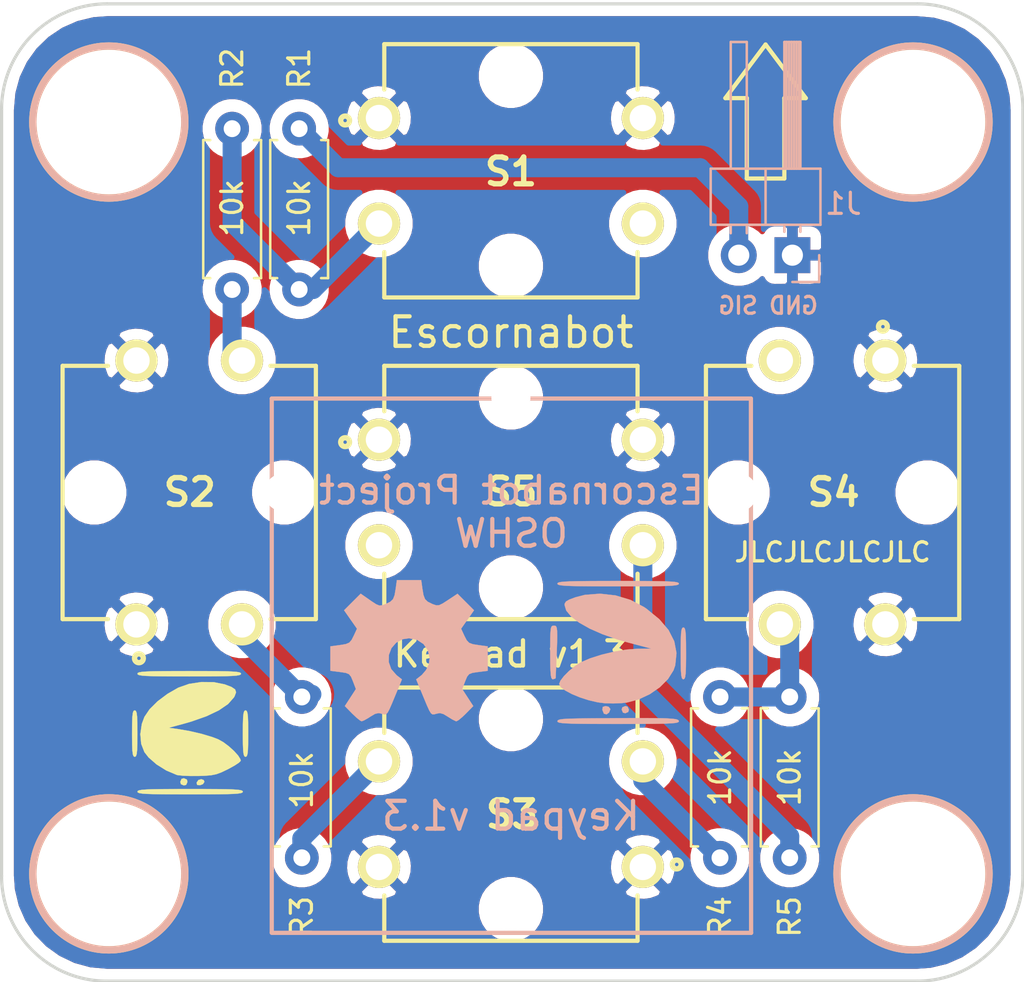
<source format=kicad_pcb>
(kicad_pcb (version 20171130) (host pcbnew "(5.1.10-1-10_14)")

  (general
    (thickness 1.6)
    (drawings 24)
    (tracks 24)
    (zones 0)
    (modules 18)
    (nets 8)
  )

  (page A4)
  (title_block
    (title "Escornabot keypad")
    (date 2021-05-19)
    (rev v1.3)
    (company "Escornabot OSHW project")
    (comment 2 escornabot.org)
    (comment 3 "Open Source & Hardware")
    (comment 4 "Keypad for the Escornabot Brivoi version - 12 mm push buttons - 2 wires")
  )

  (layers
    (0 F.Cu signal)
    (31 B.Cu signal)
    (36 B.SilkS user)
    (37 F.SilkS user)
    (38 B.Mask user)
    (39 F.Mask user)
    (44 Edge.Cuts user)
    (45 Margin user)
    (46 B.CrtYd user)
    (47 F.CrtYd user)
  )

  (setup
    (last_trace_width 0.9)
    (trace_clearance 0.6)
    (zone_clearance 0.508)
    (zone_45_only no)
    (trace_min 0.2)
    (via_size 0.8)
    (via_drill 0.4)
    (via_min_size 0.4)
    (via_min_drill 0.3)
    (uvia_size 0.3)
    (uvia_drill 0.1)
    (uvias_allowed no)
    (uvia_min_size 0.2)
    (uvia_min_drill 0.1)
    (edge_width 0.15)
    (segment_width 0.2)
    (pcb_text_width 0.3)
    (pcb_text_size 1.5 1.5)
    (mod_edge_width 0.15)
    (mod_text_size 1 1)
    (mod_text_width 0.15)
    (pad_size 3.200001 3.200001)
    (pad_drill 3.200001)
    (pad_to_mask_clearance 0.2)
    (aux_axis_origin 100 146.3)
    (grid_origin 100 146.3)
    (visible_elements FFFFFF7F)
    (pcbplotparams
      (layerselection 0x010f0_ffffffff)
      (usegerberextensions false)
      (usegerberattributes false)
      (usegerberadvancedattributes false)
      (creategerberjobfile false)
      (excludeedgelayer true)
      (linewidth 0.100000)
      (plotframeref false)
      (viasonmask false)
      (mode 1)
      (useauxorigin true)
      (hpglpennumber 1)
      (hpglpenspeed 20)
      (hpglpendiameter 15.000000)
      (psnegative false)
      (psa4output false)
      (plotreference true)
      (plotvalue true)
      (plotinvisibletext false)
      (padsonsilk false)
      (subtractmaskfromsilk false)
      (outputformat 1)
      (mirror false)
      (drillshape 0)
      (scaleselection 1)
      (outputdirectory "gerber"))
  )

  (net 0 "")
  (net 1 "Net-(R1-Pad1)")
  (net 2 "Net-(R2-Pad1)")
  (net 3 GND)
  (net 4 "Net-(R3-Pad1)")
  (net 5 "Net-(R4-Pad1)")
  (net 6 "Net-(R5-Pad1)")
  (net 7 "Net-(J1-Pad2)")

  (net_class Default "This is the default net class."
    (clearance 0.6)
    (trace_width 0.9)
    (via_dia 0.8)
    (via_drill 0.4)
    (uvia_dia 0.3)
    (uvia_drill 0.1)
    (add_net GND)
    (add_net "Net-(J1-Pad2)")
    (add_net "Net-(R1-Pad1)")
    (add_net "Net-(R2-Pad1)")
    (add_net "Net-(R3-Pad1)")
    (add_net "Net-(R4-Pad1)")
    (add_net "Net-(R5-Pad1)")
  )

  (module Components:R_Axial_DIN0207_L6.3mm_D2.5mm_P7.62mm_Horizontal_10k (layer F.Cu) (tedit 60A765E5) (tstamp 60A7C74C)
    (at 134.036 132.838 270)
    (descr "Resistor, Axial_DIN0207 series, Axial, Horizontal, pin pitch=7.62mm, 0.25W = 1/4W, length*diameter=6.3*2.5mm^2, http://cdn-reichelt.de/documents/datenblatt/B400/1_4W%23YAG.pdf")
    (tags "Resistor Axial_DIN0207 series Axial Horizontal pin pitch 7.62mm 0.25W = 1/4W length 6.3mm diameter 2.5mm")
    (path /5AEA0D7A)
    (fp_text reference R4 (at 10.414 0 90) (layer F.SilkS)
      (effects (font (size 1 1) (thickness 0.15)))
    )
    (fp_text value 10k (at 3.81 0 90) (layer F.SilkS)
      (effects (font (size 1 1) (thickness 0.15)))
    )
    (fp_text user %R (at -2.794 0 90) (layer F.Fab)
      (effects (font (size 1 1) (thickness 0.15)))
    )
    (fp_line (start 8.67 -1.5) (end -1.05 -1.5) (layer F.CrtYd) (width 0.05))
    (fp_line (start 8.67 1.5) (end 8.67 -1.5) (layer F.CrtYd) (width 0.05))
    (fp_line (start -1.05 1.5) (end 8.67 1.5) (layer F.CrtYd) (width 0.05))
    (fp_line (start -1.05 -1.5) (end -1.05 1.5) (layer F.CrtYd) (width 0.05))
    (fp_line (start 7.08 1.37) (end 7.08 1.04) (layer F.SilkS) (width 0.12))
    (fp_line (start 0.54 1.37) (end 7.08 1.37) (layer F.SilkS) (width 0.12))
    (fp_line (start 0.54 1.04) (end 0.54 1.37) (layer F.SilkS) (width 0.12))
    (fp_line (start 7.08 -1.37) (end 7.08 -1.04) (layer F.SilkS) (width 0.12))
    (fp_line (start 0.54 -1.37) (end 7.08 -1.37) (layer F.SilkS) (width 0.12))
    (fp_line (start 0.54 -1.04) (end 0.54 -1.37) (layer F.SilkS) (width 0.12))
    (fp_line (start 7.62 0) (end 6.96 0) (layer F.Fab) (width 0.1))
    (fp_line (start 0 0) (end 0.66 0) (layer F.Fab) (width 0.1))
    (fp_line (start 6.96 -1.25) (end 0.66 -1.25) (layer F.Fab) (width 0.1))
    (fp_line (start 6.96 1.25) (end 6.96 -1.25) (layer F.Fab) (width 0.1))
    (fp_line (start 0.66 1.25) (end 6.96 1.25) (layer F.Fab) (width 0.1))
    (fp_line (start 0.66 -1.25) (end 0.66 1.25) (layer F.Fab) (width 0.1))
    (pad 1 thru_hole circle (at 0 0 270) (size 1.6 1.6) (drill 0.8) (layers *.Cu *.Mask)
      (net 5 "Net-(R4-Pad1)"))
    (pad 2 thru_hole oval (at 7.62 0 270) (size 1.6 1.6) (drill 0.8) (layers *.Cu *.Mask)
      (net 4 "Net-(R3-Pad1)"))
    (model ${KIPRJMOD}/Components/R_Axial_DIN0207_L6.3mm_D2.5mm_P7.62mm_Horizontal_10k.step
      (offset (xyz 3.81 0 1.25))
      (scale (xyz 1 1 1))
      (rotate (xyz 0 0 0))
    )
  )

  (module Components:R_Axial_DIN0207_L6.3mm_D2.5mm_P7.62mm_Horizontal_10k (layer F.Cu) (tedit 60A765E5) (tstamp 5AFFF111)
    (at 137.338 140.458 90)
    (descr "Resistor, Axial_DIN0207 series, Axial, Horizontal, pin pitch=7.62mm, 0.25W = 1/4W, length*diameter=6.3*2.5mm^2, http://cdn-reichelt.de/documents/datenblatt/B400/1_4W%23YAG.pdf")
    (tags "Resistor Axial_DIN0207 series Axial Horizontal pin pitch 7.62mm 0.25W = 1/4W length 6.3mm diameter 2.5mm")
    (path /5AEA0DD9)
    (fp_text reference R5 (at -2.794 0 270) (layer F.SilkS)
      (effects (font (size 1 1) (thickness 0.15)))
    )
    (fp_text value 10k (at 3.81 0 270) (layer F.SilkS)
      (effects (font (size 1 1) (thickness 0.15)))
    )
    (fp_text user %R (at 10.414 0 270) (layer F.Fab)
      (effects (font (size 1 1) (thickness 0.15)))
    )
    (fp_line (start 8.67 -1.5) (end -1.05 -1.5) (layer F.CrtYd) (width 0.05))
    (fp_line (start 8.67 1.5) (end 8.67 -1.5) (layer F.CrtYd) (width 0.05))
    (fp_line (start -1.05 1.5) (end 8.67 1.5) (layer F.CrtYd) (width 0.05))
    (fp_line (start -1.05 -1.5) (end -1.05 1.5) (layer F.CrtYd) (width 0.05))
    (fp_line (start 7.08 1.37) (end 7.08 1.04) (layer F.SilkS) (width 0.12))
    (fp_line (start 0.54 1.37) (end 7.08 1.37) (layer F.SilkS) (width 0.12))
    (fp_line (start 0.54 1.04) (end 0.54 1.37) (layer F.SilkS) (width 0.12))
    (fp_line (start 7.08 -1.37) (end 7.08 -1.04) (layer F.SilkS) (width 0.12))
    (fp_line (start 0.54 -1.37) (end 7.08 -1.37) (layer F.SilkS) (width 0.12))
    (fp_line (start 0.54 -1.04) (end 0.54 -1.37) (layer F.SilkS) (width 0.12))
    (fp_line (start 7.62 0) (end 6.96 0) (layer F.Fab) (width 0.1))
    (fp_line (start 0 0) (end 0.66 0) (layer F.Fab) (width 0.1))
    (fp_line (start 6.96 -1.25) (end 0.66 -1.25) (layer F.Fab) (width 0.1))
    (fp_line (start 6.96 1.25) (end 6.96 -1.25) (layer F.Fab) (width 0.1))
    (fp_line (start 0.66 1.25) (end 6.96 1.25) (layer F.Fab) (width 0.1))
    (fp_line (start 0.66 -1.25) (end 0.66 1.25) (layer F.Fab) (width 0.1))
    (pad 1 thru_hole circle (at 0 0 90) (size 1.6 1.6) (drill 0.8) (layers *.Cu *.Mask)
      (net 6 "Net-(R5-Pad1)"))
    (pad 2 thru_hole oval (at 7.62 0 90) (size 1.6 1.6) (drill 0.8) (layers *.Cu *.Mask)
      (net 5 "Net-(R4-Pad1)"))
    (model ${KIPRJMOD}/Components/R_Axial_DIN0207_L6.3mm_D2.5mm_P7.62mm_Horizontal_10k.step
      (offset (xyz 3.81 0 1.25))
      (scale (xyz 1 1 1))
      (rotate (xyz 0 0 0))
    )
  )

  (module Components:R_Axial_DIN0207_L6.3mm_D2.5mm_P7.62mm_Horizontal_10k (layer F.Cu) (tedit 60A765E5) (tstamp 5B0ABCB0)
    (at 114.224 140.458 90)
    (descr "Resistor, Axial_DIN0207 series, Axial, Horizontal, pin pitch=7.62mm, 0.25W = 1/4W, length*diameter=6.3*2.5mm^2, http://cdn-reichelt.de/documents/datenblatt/B400/1_4W%23YAG.pdf")
    (tags "Resistor Axial_DIN0207 series Axial Horizontal pin pitch 7.62mm 0.25W = 1/4W length 6.3mm diameter 2.5mm")
    (path /5AEA0D20)
    (fp_text reference R3 (at -2.794 0 270) (layer F.SilkS)
      (effects (font (size 1 1) (thickness 0.15)))
    )
    (fp_text value 10k (at 3.683 0 270) (layer F.SilkS)
      (effects (font (size 1 1) (thickness 0.15)))
    )
    (fp_text user %R (at 10.414 0 270) (layer F.Fab)
      (effects (font (size 1 1) (thickness 0.15)))
    )
    (fp_line (start 8.67 -1.5) (end -1.05 -1.5) (layer F.CrtYd) (width 0.05))
    (fp_line (start 8.67 1.5) (end 8.67 -1.5) (layer F.CrtYd) (width 0.05))
    (fp_line (start -1.05 1.5) (end 8.67 1.5) (layer F.CrtYd) (width 0.05))
    (fp_line (start -1.05 -1.5) (end -1.05 1.5) (layer F.CrtYd) (width 0.05))
    (fp_line (start 7.08 1.37) (end 7.08 1.04) (layer F.SilkS) (width 0.12))
    (fp_line (start 0.54 1.37) (end 7.08 1.37) (layer F.SilkS) (width 0.12))
    (fp_line (start 0.54 1.04) (end 0.54 1.37) (layer F.SilkS) (width 0.12))
    (fp_line (start 7.08 -1.37) (end 7.08 -1.04) (layer F.SilkS) (width 0.12))
    (fp_line (start 0.54 -1.37) (end 7.08 -1.37) (layer F.SilkS) (width 0.12))
    (fp_line (start 0.54 -1.04) (end 0.54 -1.37) (layer F.SilkS) (width 0.12))
    (fp_line (start 7.62 0) (end 6.96 0) (layer F.Fab) (width 0.1))
    (fp_line (start 0 0) (end 0.66 0) (layer F.Fab) (width 0.1))
    (fp_line (start 6.96 -1.25) (end 0.66 -1.25) (layer F.Fab) (width 0.1))
    (fp_line (start 6.96 1.25) (end 6.96 -1.25) (layer F.Fab) (width 0.1))
    (fp_line (start 0.66 1.25) (end 6.96 1.25) (layer F.Fab) (width 0.1))
    (fp_line (start 0.66 -1.25) (end 0.66 1.25) (layer F.Fab) (width 0.1))
    (pad 1 thru_hole circle (at 0 0 90) (size 1.6 1.6) (drill 0.8) (layers *.Cu *.Mask)
      (net 4 "Net-(R3-Pad1)"))
    (pad 2 thru_hole oval (at 7.62 0 90) (size 1.6 1.6) (drill 0.8) (layers *.Cu *.Mask)
      (net 2 "Net-(R2-Pad1)"))
    (model ${KIPRJMOD}/Components/R_Axial_DIN0207_L6.3mm_D2.5mm_P7.62mm_Horizontal_10k.step
      (offset (xyz 3.81 0 1.25))
      (scale (xyz 1 1 1))
      (rotate (xyz 0 0 0))
    )
  )

  (module Components:R_Axial_DIN0207_L6.3mm_D2.5mm_P7.62mm_Horizontal_10k (layer F.Cu) (tedit 60A765E5) (tstamp 60A73507)
    (at 110.922 113.534 90)
    (descr "Resistor, Axial_DIN0207 series, Axial, Horizontal, pin pitch=7.62mm, 0.25W = 1/4W, length*diameter=6.3*2.5mm^2, http://cdn-reichelt.de/documents/datenblatt/B400/1_4W%23YAG.pdf")
    (tags "Resistor Axial_DIN0207 series Axial Horizontal pin pitch 7.62mm 0.25W = 1/4W length 6.3mm diameter 2.5mm")
    (path /5AEA0C99)
    (fp_text reference R2 (at 10.469 0 90) (layer F.SilkS)
      (effects (font (size 1 1) (thickness 0.15)))
    )
    (fp_text value 10k (at 3.865 0 90) (layer F.SilkS)
      (effects (font (size 1 1) (thickness 0.15)))
    )
    (fp_text user %R (at 10.469 0 90) (layer F.Fab)
      (effects (font (size 1 1) (thickness 0.15)))
    )
    (fp_line (start 8.67 -1.5) (end -1.05 -1.5) (layer F.CrtYd) (width 0.05))
    (fp_line (start 8.67 1.5) (end 8.67 -1.5) (layer F.CrtYd) (width 0.05))
    (fp_line (start -1.05 1.5) (end 8.67 1.5) (layer F.CrtYd) (width 0.05))
    (fp_line (start -1.05 -1.5) (end -1.05 1.5) (layer F.CrtYd) (width 0.05))
    (fp_line (start 7.08 1.37) (end 7.08 1.04) (layer F.SilkS) (width 0.12))
    (fp_line (start 0.54 1.37) (end 7.08 1.37) (layer F.SilkS) (width 0.12))
    (fp_line (start 0.54 1.04) (end 0.54 1.37) (layer F.SilkS) (width 0.12))
    (fp_line (start 7.08 -1.37) (end 7.08 -1.04) (layer F.SilkS) (width 0.12))
    (fp_line (start 0.54 -1.37) (end 7.08 -1.37) (layer F.SilkS) (width 0.12))
    (fp_line (start 0.54 -1.04) (end 0.54 -1.37) (layer F.SilkS) (width 0.12))
    (fp_line (start 7.62 0) (end 6.96 0) (layer F.Fab) (width 0.1))
    (fp_line (start 0 0) (end 0.66 0) (layer F.Fab) (width 0.1))
    (fp_line (start 6.96 -1.25) (end 0.66 -1.25) (layer F.Fab) (width 0.1))
    (fp_line (start 6.96 1.25) (end 6.96 -1.25) (layer F.Fab) (width 0.1))
    (fp_line (start 0.66 1.25) (end 6.96 1.25) (layer F.Fab) (width 0.1))
    (fp_line (start 0.66 -1.25) (end 0.66 1.25) (layer F.Fab) (width 0.1))
    (pad 1 thru_hole circle (at 0 0 90) (size 1.6 1.6) (drill 0.8) (layers *.Cu *.Mask)
      (net 2 "Net-(R2-Pad1)"))
    (pad 2 thru_hole oval (at 7.62 0 90) (size 1.6 1.6) (drill 0.8) (layers *.Cu *.Mask)
      (net 1 "Net-(R1-Pad1)"))
    (model ${KIPRJMOD}/Components/R_Axial_DIN0207_L6.3mm_D2.5mm_P7.62mm_Horizontal_10k.step
      (offset (xyz 3.81 0 1.25))
      (scale (xyz 1 1 1))
      (rotate (xyz 0 0 0))
    )
  )

  (module Components:R_Axial_DIN0207_L6.3mm_D2.5mm_P7.62mm_Horizontal_10k (layer F.Cu) (tedit 60A765E5) (tstamp 5AFFF2F6)
    (at 114.097 113.534 90)
    (descr "Resistor, Axial_DIN0207 series, Axial, Horizontal, pin pitch=7.62mm, 0.25W = 1/4W, length*diameter=6.3*2.5mm^2, http://cdn-reichelt.de/documents/datenblatt/B400/1_4W%23YAG.pdf")
    (tags "Resistor Axial_DIN0207 series Axial Horizontal pin pitch 7.62mm 0.25W = 1/4W length 6.3mm diameter 2.5mm")
    (path /5AEA0E3F)
    (fp_text reference R1 (at 10.469 0 90) (layer F.SilkS)
      (effects (font (size 1 1) (thickness 0.15)))
    )
    (fp_text value 10k (at 3.865 0 90) (layer F.SilkS)
      (effects (font (size 1 1) (thickness 0.15)))
    )
    (fp_text user %R (at 10.469 0 90) (layer F.Fab)
      (effects (font (size 1 1) (thickness 0.15)))
    )
    (fp_line (start 8.67 -1.5) (end -1.05 -1.5) (layer F.CrtYd) (width 0.05))
    (fp_line (start 8.67 1.5) (end 8.67 -1.5) (layer F.CrtYd) (width 0.05))
    (fp_line (start -1.05 1.5) (end 8.67 1.5) (layer F.CrtYd) (width 0.05))
    (fp_line (start -1.05 -1.5) (end -1.05 1.5) (layer F.CrtYd) (width 0.05))
    (fp_line (start 7.08 1.37) (end 7.08 1.04) (layer F.SilkS) (width 0.12))
    (fp_line (start 0.54 1.37) (end 7.08 1.37) (layer F.SilkS) (width 0.12))
    (fp_line (start 0.54 1.04) (end 0.54 1.37) (layer F.SilkS) (width 0.12))
    (fp_line (start 7.08 -1.37) (end 7.08 -1.04) (layer F.SilkS) (width 0.12))
    (fp_line (start 0.54 -1.37) (end 7.08 -1.37) (layer F.SilkS) (width 0.12))
    (fp_line (start 0.54 -1.04) (end 0.54 -1.37) (layer F.SilkS) (width 0.12))
    (fp_line (start 7.62 0) (end 6.96 0) (layer F.Fab) (width 0.1))
    (fp_line (start 0 0) (end 0.66 0) (layer F.Fab) (width 0.1))
    (fp_line (start 6.96 -1.25) (end 0.66 -1.25) (layer F.Fab) (width 0.1))
    (fp_line (start 6.96 1.25) (end 6.96 -1.25) (layer F.Fab) (width 0.1))
    (fp_line (start 0.66 1.25) (end 6.96 1.25) (layer F.Fab) (width 0.1))
    (fp_line (start 0.66 -1.25) (end 0.66 1.25) (layer F.Fab) (width 0.1))
    (pad 1 thru_hole circle (at 0 0 90) (size 1.6 1.6) (drill 0.8) (layers *.Cu *.Mask)
      (net 1 "Net-(R1-Pad1)"))
    (pad 2 thru_hole oval (at 7.62 0 90) (size 1.6 1.6) (drill 0.8) (layers *.Cu *.Mask)
      (net 7 "Net-(J1-Pad2)"))
    (model ${KIPRJMOD}/Components/R_Axial_DIN0207_L6.3mm_D2.5mm_P7.62mm_Horizontal_10k.step
      (offset (xyz 3.81 0 1.25))
      (scale (xyz 1 1 1))
      (rotate (xyz 0 0 0))
    )
  )

  (module Components:B3F-4050 (layer F.Cu) (tedit 60A6E1A7) (tstamp 5AFFDC62)
    (at 124.13 123.15 180)
    (descr B3F-4050)
    (path /5AEA0BE9)
    (fp_text reference S5 (at -0.0254 0.036) (layer F.SilkS)
      (effects (font (size 1.27 1.27) (thickness 0.254)))
    )
    (fp_text value B3F-4055 (at 0 -0.254) (layer F.SilkS) hide
      (effects (font (size 1.27 1.27) (thickness 0.254)))
    )
    (fp_circle (center 7.855 2.384) (end 7.773 2.384) (layer F.SilkS) (width 0.254))
    (fp_line (start 6 -6) (end 6 -3.849) (layer F.SilkS) (width 0.2))
    (fp_line (start 6 6) (end 6 3.849) (layer F.SilkS) (width 0.2))
    (fp_line (start -6 6) (end -6 3.849) (layer F.SilkS) (width 0.2))
    (fp_line (start -6 -6) (end -6 -3.849) (layer F.SilkS) (width 0.2))
    (fp_line (start 6 6) (end -6 6) (layer F.SilkS) (width 0.2))
    (fp_line (start -6 -6) (end 6 -6) (layer F.SilkS) (width 0.2))
    (fp_line (start -6 6) (end -6 -6) (layer Dwgs.User) (width 0.2))
    (fp_line (start 6 6) (end -6 6) (layer Dwgs.User) (width 0.2))
    (fp_line (start 6 -6) (end 6 6) (layer Dwgs.User) (width 0.2))
    (fp_line (start -6 -6) (end 6 -6) (layer Dwgs.User) (width 0.2))
    (pad "" np_thru_hole circle (at 0 4.5 270) (size 1.85 1.85) (drill 1.85) (layers *.Cu *.Mask)
      (solder_mask_margin 0.0001) (zone_connect 0))
    (pad "" np_thru_hole circle (at 0 -4.5 270) (size 1.85 1.85) (drill 1.85) (layers *.Cu *.Mask)
      (solder_mask_margin 0.0001) (zone_connect 0))
    (pad 4 thru_hole circle (at -6.25 -2.5 270) (size 2 2) (drill 1.25) (layers *.Cu *.Mask F.SilkS)
      (net 6 "Net-(R5-Pad1)"))
    (pad 3 thru_hole circle (at 6.25 -2.5 270) (size 2 2) (drill 1.25) (layers *.Cu *.Mask F.SilkS)
      (net 6 "Net-(R5-Pad1)"))
    (pad 2 thru_hole circle (at -6.25 2.5 270) (size 2 2) (drill 1.25) (layers *.Cu *.Mask F.SilkS)
      (net 3 GND))
    (pad 1 thru_hole circle (at 6.25 2.5 270) (size 2 2) (drill 1.25) (layers *.Cu *.Mask F.SilkS)
      (net 3 GND))
    (model ${KIPRJMOD}/Components/B3F-4050.step
      (at (xyz 0 0 0))
      (scale (xyz 1 1 1))
      (rotate (xyz 0 0 0))
    )
  )

  (module Components:B3F-4050 (layer F.Cu) (tedit 60A6E1A7) (tstamp 5AFFDC9E)
    (at 139.37 123.15 90)
    (descr B3F-4050)
    (path /5AEA0BB3)
    (fp_text reference S4 (at 0.0106 0.0508) (layer F.SilkS)
      (effects (font (size 1.27 1.27) (thickness 0.254)))
    )
    (fp_text value B3F-4055 (at 0 -0.254 270) (layer F.SilkS) hide
      (effects (font (size 1.27 1.27) (thickness 0.254)))
    )
    (fp_circle (center 7.855 2.384) (end 7.773 2.384) (layer F.SilkS) (width 0.254))
    (fp_line (start 6 -6) (end 6 -3.849) (layer F.SilkS) (width 0.2))
    (fp_line (start 6 6) (end 6 3.849) (layer F.SilkS) (width 0.2))
    (fp_line (start -6 6) (end -6 3.849) (layer F.SilkS) (width 0.2))
    (fp_line (start -6 -6) (end -6 -3.849) (layer F.SilkS) (width 0.2))
    (fp_line (start 6 6) (end -6 6) (layer F.SilkS) (width 0.2))
    (fp_line (start -6 -6) (end 6 -6) (layer F.SilkS) (width 0.2))
    (fp_line (start -6 6) (end -6 -6) (layer Dwgs.User) (width 0.2))
    (fp_line (start 6 6) (end -6 6) (layer Dwgs.User) (width 0.2))
    (fp_line (start 6 -6) (end 6 6) (layer Dwgs.User) (width 0.2))
    (fp_line (start -6 -6) (end 6 -6) (layer Dwgs.User) (width 0.2))
    (pad "" np_thru_hole circle (at 0 4.5 180) (size 1.85 1.85) (drill 1.85) (layers *.Cu *.Mask)
      (solder_mask_margin 0.0001) (zone_connect 0))
    (pad "" np_thru_hole circle (at 0 -4.5 180) (size 1.85 1.85) (drill 1.85) (layers *.Cu *.Mask)
      (solder_mask_margin 0.0001) (zone_connect 0))
    (pad 4 thru_hole circle (at -6.25 -2.5 180) (size 2 2) (drill 1.25) (layers *.Cu *.Mask F.SilkS)
      (net 5 "Net-(R4-Pad1)"))
    (pad 3 thru_hole circle (at 6.25 -2.5 180) (size 2 2) (drill 1.25) (layers *.Cu *.Mask F.SilkS)
      (net 5 "Net-(R4-Pad1)"))
    (pad 2 thru_hole circle (at -6.25 2.5 180) (size 2 2) (drill 1.25) (layers *.Cu *.Mask F.SilkS)
      (net 3 GND))
    (pad 1 thru_hole circle (at 6.25 2.5 180) (size 2 2) (drill 1.25) (layers *.Cu *.Mask F.SilkS)
      (net 3 GND))
    (model ${KIPRJMOD}/Components/B3F-4050.step
      (at (xyz 0 0 0))
      (scale (xyz 1 1 1))
      (rotate (xyz 0 0 0))
    )
  )

  (module Components:B3F-4050 (layer F.Cu) (tedit 60A6E1A7) (tstamp 5AFFDCDA)
    (at 124.13 138.39)
    (descr B3F-4050)
    (path /5AEA0B77)
    (fp_text reference S3 (at 0.0508 0.0148 180) (layer F.SilkS)
      (effects (font (size 1.27 1.27) (thickness 0.254)))
    )
    (fp_text value B3F-4055 (at 0 -0.254 180) (layer F.SilkS) hide
      (effects (font (size 1.27 1.27) (thickness 0.254)))
    )
    (fp_circle (center 7.855 2.384) (end 7.773 2.384) (layer F.SilkS) (width 0.254))
    (fp_line (start 6 -6) (end 6 -3.849) (layer F.SilkS) (width 0.2))
    (fp_line (start 6 6) (end 6 3.849) (layer F.SilkS) (width 0.2))
    (fp_line (start -6 6) (end -6 3.849) (layer F.SilkS) (width 0.2))
    (fp_line (start -6 -6) (end -6 -3.849) (layer F.SilkS) (width 0.2))
    (fp_line (start 6 6) (end -6 6) (layer F.SilkS) (width 0.2))
    (fp_line (start -6 -6) (end 6 -6) (layer F.SilkS) (width 0.2))
    (fp_line (start -6 6) (end -6 -6) (layer Dwgs.User) (width 0.2))
    (fp_line (start 6 6) (end -6 6) (layer Dwgs.User) (width 0.2))
    (fp_line (start 6 -6) (end 6 6) (layer Dwgs.User) (width 0.2))
    (fp_line (start -6 -6) (end 6 -6) (layer Dwgs.User) (width 0.2))
    (pad "" np_thru_hole circle (at 0 4.5 90) (size 1.85 1.85) (drill 1.85) (layers *.Cu *.Mask)
      (solder_mask_margin 0.0001) (zone_connect 0))
    (pad "" np_thru_hole circle (at 0 -4.5 90) (size 1.85 1.85) (drill 1.85) (layers *.Cu *.Mask)
      (solder_mask_margin 0.0001) (zone_connect 0))
    (pad 4 thru_hole circle (at -6.25 -2.5 90) (size 2 2) (drill 1.25) (layers *.Cu *.Mask F.SilkS)
      (net 4 "Net-(R3-Pad1)"))
    (pad 3 thru_hole circle (at 6.25 -2.5 90) (size 2 2) (drill 1.25) (layers *.Cu *.Mask F.SilkS)
      (net 4 "Net-(R3-Pad1)"))
    (pad 2 thru_hole circle (at -6.25 2.5 90) (size 2 2) (drill 1.25) (layers *.Cu *.Mask F.SilkS)
      (net 3 GND))
    (pad 1 thru_hole circle (at 6.25 2.5 90) (size 2 2) (drill 1.25) (layers *.Cu *.Mask F.SilkS)
      (net 3 GND))
    (model ${KIPRJMOD}/Components/B3F-4050.step
      (at (xyz 0 0 0))
      (scale (xyz 1 1 1))
      (rotate (xyz 0 0 0))
    )
  )

  (module Components:B3F-4050 (layer F.Cu) (tedit 60A6E1A7) (tstamp 5B0F8D44)
    (at 124.13 107.91 180)
    (descr B3F-4050)
    (path /5AEA0ABF)
    (fp_text reference S1 (at 0 -0.0402) (layer F.SilkS)
      (effects (font (size 1.27 1.27) (thickness 0.254)))
    )
    (fp_text value B3F-4055 (at 0 -0.254) (layer F.SilkS) hide
      (effects (font (size 1.27 1.27) (thickness 0.254)))
    )
    (fp_circle (center 7.855 2.384) (end 7.773 2.384) (layer F.SilkS) (width 0.254))
    (fp_line (start 6 -6) (end 6 -3.849) (layer F.SilkS) (width 0.2))
    (fp_line (start 6 6) (end 6 3.849) (layer F.SilkS) (width 0.2))
    (fp_line (start -6 6) (end -6 3.849) (layer F.SilkS) (width 0.2))
    (fp_line (start -6 -6) (end -6 -3.849) (layer F.SilkS) (width 0.2))
    (fp_line (start 6 6) (end -6 6) (layer F.SilkS) (width 0.2))
    (fp_line (start -6 -6) (end 6 -6) (layer F.SilkS) (width 0.2))
    (fp_line (start -6 6) (end -6 -6) (layer Dwgs.User) (width 0.2))
    (fp_line (start 6 6) (end -6 6) (layer Dwgs.User) (width 0.2))
    (fp_line (start 6 -6) (end 6 6) (layer Dwgs.User) (width 0.2))
    (fp_line (start -6 -6) (end 6 -6) (layer Dwgs.User) (width 0.2))
    (pad "" np_thru_hole circle (at 0 4.5 270) (size 1.85 1.85) (drill 1.85) (layers *.Cu *.Mask)
      (solder_mask_margin 0.0001) (zone_connect 0))
    (pad "" np_thru_hole circle (at 0 -4.5 270) (size 1.85 1.85) (drill 1.85) (layers *.Cu *.Mask)
      (solder_mask_margin 0.0001) (zone_connect 0))
    (pad 4 thru_hole circle (at -6.25 -2.5 270) (size 2 2) (drill 1.25) (layers *.Cu *.Mask F.SilkS)
      (net 1 "Net-(R1-Pad1)"))
    (pad 3 thru_hole circle (at 6.25 -2.5 270) (size 2 2) (drill 1.25) (layers *.Cu *.Mask F.SilkS)
      (net 1 "Net-(R1-Pad1)"))
    (pad 2 thru_hole circle (at -6.25 2.5 270) (size 2 2) (drill 1.25) (layers *.Cu *.Mask F.SilkS)
      (net 3 GND))
    (pad 1 thru_hole circle (at 6.25 2.5 270) (size 2 2) (drill 1.25) (layers *.Cu *.Mask F.SilkS)
      (net 3 GND))
    (model ${KIPRJMOD}/Components/B3F-4050.step
      (at (xyz 0 0 0))
      (scale (xyz 1 1 1))
      (rotate (xyz 0 0 0))
    )
  )

  (module Components:B3F-4050 (layer F.Cu) (tedit 60A6E1A7) (tstamp 60A72CD6)
    (at 108.89 123.15 270)
    (descr B3F-4050)
    (path /5AEA0B4A)
    (fp_text reference S2 (at -0.0106 -0.0254 180) (layer F.SilkS)
      (effects (font (size 1.27 1.27) (thickness 0.254)))
    )
    (fp_text value B3F-4055 (at 0 -0.254 90) (layer F.SilkS) hide
      (effects (font (size 1.27 1.27) (thickness 0.254)))
    )
    (fp_circle (center 7.855 2.384) (end 7.773 2.384) (layer F.SilkS) (width 0.254))
    (fp_line (start 6 -6) (end 6 -3.849) (layer F.SilkS) (width 0.2))
    (fp_line (start 6 6) (end 6 3.849) (layer F.SilkS) (width 0.2))
    (fp_line (start -6 6) (end -6 3.849) (layer F.SilkS) (width 0.2))
    (fp_line (start -6 -6) (end -6 -3.849) (layer F.SilkS) (width 0.2))
    (fp_line (start 6 6) (end -6 6) (layer F.SilkS) (width 0.2))
    (fp_line (start -6 -6) (end 6 -6) (layer F.SilkS) (width 0.2))
    (fp_line (start -6 6) (end -6 -6) (layer Dwgs.User) (width 0.2))
    (fp_line (start 6 6) (end -6 6) (layer Dwgs.User) (width 0.2))
    (fp_line (start 6 -6) (end 6 6) (layer Dwgs.User) (width 0.2))
    (fp_line (start -6 -6) (end 6 -6) (layer Dwgs.User) (width 0.2))
    (pad "" np_thru_hole circle (at 0 4.5) (size 1.85 1.85) (drill 1.85) (layers *.Cu *.Mask)
      (solder_mask_margin 0.0001) (zone_connect 0))
    (pad "" np_thru_hole circle (at 0 -4.5) (size 1.85 1.85) (drill 1.85) (layers *.Cu *.Mask)
      (solder_mask_margin 0.0001) (zone_connect 0))
    (pad 4 thru_hole circle (at -6.25 -2.5) (size 2 2) (drill 1.25) (layers *.Cu *.Mask F.SilkS)
      (net 2 "Net-(R2-Pad1)"))
    (pad 3 thru_hole circle (at 6.25 -2.5) (size 2 2) (drill 1.25) (layers *.Cu *.Mask F.SilkS)
      (net 2 "Net-(R2-Pad1)"))
    (pad 2 thru_hole circle (at -6.25 2.5) (size 2 2) (drill 1.25) (layers *.Cu *.Mask F.SilkS)
      (net 3 GND))
    (pad 1 thru_hole circle (at 6.25 2.5) (size 2 2) (drill 1.25) (layers *.Cu *.Mask F.SilkS)
      (net 3 GND))
    (model ${KIPRJMOD}/Components/B3F-4050.step
      (at (xyz 0 0 0))
      (scale (xyz 1 1 1))
      (rotate (xyz 0 0 0))
    )
  )

  (module Components:Escornabot_55x88 (layer F.Cu) (tedit 0) (tstamp 5AF5F3A4)
    (at 108.89 134.489)
    (fp_text reference G*** (at 0 0) (layer F.SilkS) hide
      (effects (font (size 1.524 1.524) (thickness 0.3)))
    )
    (fp_text value LOGO (at 0.75 0) (layer F.SilkS) hide
      (effects (font (size 1.524 1.524) (thickness 0.3)))
    )
    (fp_poly (pts (xy 0.71757 -2.877715) (xy 1.283146 -2.874261) (xy 1.714061 -2.86741) (xy 2.027645 -2.856265)
      (xy 2.241232 -2.839928) (xy 2.372154 -2.817505) (xy 2.437741 -2.788097) (xy 2.455333 -2.751666)
      (xy 2.43693 -2.714551) (xy 2.370167 -2.685297) (xy 2.237712 -2.663008) (xy 2.022232 -2.646788)
      (xy 1.706397 -2.635741) (xy 1.272873 -2.628969) (xy 0.704328 -2.625576) (xy 0 -2.624666)
      (xy -0.71757 -2.625618) (xy -1.283146 -2.629072) (xy -1.714061 -2.635923) (xy -2.027646 -2.647068)
      (xy -2.241233 -2.663405) (xy -2.372154 -2.685828) (xy -2.437741 -2.715236) (xy -2.455333 -2.751666)
      (xy -2.436931 -2.788782) (xy -2.370168 -2.818036) (xy -2.237712 -2.840325) (xy -2.022233 -2.856545)
      (xy -1.706397 -2.867592) (xy -1.272873 -2.874364) (xy -0.704329 -2.877757) (xy 0 -2.878666)
      (xy 0.71757 -2.877715)) (layer F.SilkS) (width 0.01))
    (fp_poly (pts (xy 2.719893 -0.99147) (xy 2.756145 -0.901183) (xy 2.778647 -0.720091) (xy 2.790287 -0.423147)
      (xy 2.793957 0.014697) (xy 2.794 0.084667) (xy 2.791169 0.543073) (xy 2.780752 0.857259)
      (xy 2.759857 1.052271) (xy 2.725594 1.153158) (xy 2.675073 1.184966) (xy 2.667 1.185334)
      (xy 2.614107 1.160804) (xy 2.577855 1.070517) (xy 2.555353 0.889425) (xy 2.543712 0.592481)
      (xy 2.540042 0.154636) (xy 2.54 0.084667) (xy 2.54283 -0.37374) (xy 2.553248 -0.687925)
      (xy 2.574143 -0.882938) (xy 2.608406 -0.983824) (xy 2.658926 -1.015632) (xy 2.667 -1.016)
      (xy 2.719893 -0.99147)) (layer F.SilkS) (width 0.01))
    (fp_poly (pts (xy -2.52944 -0.99147) (xy -2.493188 -0.901183) (xy -2.470687 -0.720091) (xy -2.459046 -0.423147)
      (xy -2.455376 0.014697) (xy -2.455333 0.084667) (xy -2.458164 0.543073) (xy -2.468582 0.857259)
      (xy -2.489477 1.052271) (xy -2.52374 1.153158) (xy -2.57426 1.184966) (xy -2.582333 1.185334)
      (xy -2.635227 1.160804) (xy -2.671479 1.070517) (xy -2.69398 0.889425) (xy -2.705621 0.592481)
      (xy -2.709291 0.154636) (xy -2.709333 0.084667) (xy -2.706503 -0.37374) (xy -2.696085 -0.687925)
      (xy -2.67519 -0.882938) (xy -2.640927 -0.983824) (xy -2.590407 -1.015632) (xy -2.582333 -1.016)
      (xy -2.52944 -0.99147)) (layer F.SilkS) (width 0.01))
    (fp_poly (pts (xy 1.15891 -2.352853) (xy 1.676372 -2.2493) (xy 1.999644 -2.12645) (xy 2.174471 -2.00896)
      (xy 2.218906 -1.871345) (xy 2.151005 -1.688118) (xy 2.116257 -1.628347) (xy 1.840011 -1.31596)
      (xy 1.404083 -1.017707) (xy 0.817872 -0.738519) (xy 0.090781 -0.48333) (xy -0.254 -0.384587)
      (xy -0.973667 -0.190437) (xy -0.550333 -0.133473) (xy 0.013354 -0.037084) (xy 0.584294 0.096105)
      (xy 1.09627 0.2493) (xy 1.371158 0.353834) (xy 1.61576 0.49104) (xy 1.877913 0.687592)
      (xy 2.123368 0.910509) (xy 2.317877 1.126807) (xy 2.427193 1.303505) (xy 2.436781 1.380066)
      (xy 2.351407 1.464331) (xy 2.152454 1.595298) (xy 1.879501 1.747439) (xy 1.819833 1.778)
      (xy 1.522067 1.92072) (xy 1.277476 2.010131) (xy 1.025284 2.059921) (xy 0.704715 2.083781)
      (xy 0.425863 2.091979) (xy 0.048308 2.092718) (xy -0.285886 2.079893) (xy -0.52603 2.056023)
      (xy -0.593215 2.041316) (xy -1.088112 1.831591) (xy -1.548731 1.544545) (xy -1.926144 1.214672)
      (xy -2.123543 0.962542) (xy -2.275668 0.571977) (xy -2.316975 0.108861) (xy -2.247445 -0.37131)
      (xy -2.124099 -0.706064) (xy -1.877217 -1.071156) (xy -1.500458 -1.445628) (xy -1.028627 -1.799434)
      (xy -0.519741 -2.091157) (xy -0.010757 -2.269599) (xy 0.571863 -2.358492) (xy 1.15891 -2.352853)) (layer F.SilkS) (width 0.01))
    (fp_poly (pts (xy 0.686982 2.287089) (xy 0.719667 2.370667) (xy 0.647353 2.478845) (xy 0.521634 2.525709)
      (xy 0.375673 2.518466) (xy 0.350232 2.417518) (xy 0.35346 2.398709) (xy 0.434053 2.28429)
      (xy 0.569472 2.245226) (xy 0.686982 2.287089)) (layer F.SilkS) (width 0.01))
    (fp_poly (pts (xy -0.112496 2.261202) (xy -0.084667 2.370667) (xy -0.144535 2.512171) (xy -0.254 2.54)
      (xy -0.395504 2.480132) (xy -0.423333 2.370667) (xy -0.363465 2.229163) (xy -0.254 2.201334)
      (xy -0.112496 2.261202)) (layer F.SilkS) (width 0.01))
    (fp_poly (pts (xy 0.766675 2.710265) (xy 1.338882 2.713642) (xy 1.776144 2.720339) (xy 2.095652 2.731229)
      (xy 2.314597 2.747187) (xy 2.450169 2.769087) (xy 2.519559 2.797804) (xy 2.539958 2.83421)
      (xy 2.54 2.836334) (xy 2.521682 2.873164) (xy 2.455268 2.90226) (xy 2.323568 2.924493)
      (xy 2.109391 2.94074) (xy 1.795545 2.951872) (xy 1.364841 2.958766) (xy 0.800088 2.962294)
      (xy 0.084094 2.963331) (xy 0.042333 2.963334) (xy -0.682009 2.962402) (xy -1.254216 2.959025)
      (xy -1.691478 2.952328) (xy -2.010986 2.941438) (xy -2.229931 2.92548) (xy -2.365503 2.90358)
      (xy -2.434893 2.874863) (xy -2.455291 2.838457) (xy -2.455333 2.836334) (xy -2.437016 2.799503)
      (xy -2.370602 2.770407) (xy -2.238902 2.748174) (xy -2.024724 2.731927) (xy -1.710879 2.720795)
      (xy -1.280175 2.713901) (xy -0.715421 2.710373) (xy 0.000572 2.709336) (xy 0.042333 2.709334)
      (xy 0.766675 2.710265)) (layer F.SilkS) (width 0.01))
  )

  (module Components:MountingHole_3.2mm_M3 (layer F.Cu) (tedit 5AF9C4BC) (tstamp 5AF42459)
    (at 105.08 141.22)
    (descr "Mounting Hole 3.2mm, no annular, M3")
    (tags "mounting hole 3.2mm no annular m3")
    (attr virtual)
    (fp_text reference REF** (at 0 -4.2) (layer F.SilkS) hide
      (effects (font (size 1 1) (thickness 0.15)))
    )
    (fp_text value MountingHole_3.2mm_M3 (at 0 4.2) (layer F.Fab) hide
      (effects (font (size 1 1) (thickness 0.15)))
    )
    (fp_circle (center 0 0) (end 3.6 0) (layer B.SilkS) (width 0.35))
    (fp_circle (center 0 0) (end 3.6 0) (layer F.SilkS) (width 0.35))
    (fp_text user " " (at 0.3 0) (layer F.Fab)
      (effects (font (size 1 1) (thickness 0.15)))
    )
    (fp_text user %R (at 0.3 0) (layer F.Fab)
      (effects (font (size 1 1) (thickness 0.15)))
    )
    (pad "" np_thru_hole circle (at 0 0) (size 3.2 3.2) (drill 3.2) (layers *.Cu *.Mask)
      (solder_mask_margin -0.0001) (solder_paste_margin -0.0001) (clearance 2))
  )

  (module Components:MountingHole_3.2mm_M3 (layer F.Cu) (tedit 5AF9C4BC) (tstamp 60A54B2F)
    (at 143.18 105.6)
    (descr "Mounting Hole 3.2mm, no annular, M3")
    (tags "mounting hole 3.2mm no annular m3")
    (attr virtual)
    (fp_text reference REF** (at 0 -4.2) (layer F.SilkS) hide
      (effects (font (size 1 1) (thickness 0.15)))
    )
    (fp_text value MountingHole_3.2mm_M3 (at 0 4.2) (layer F.Fab) hide
      (effects (font (size 1 1) (thickness 0.15)))
    )
    (fp_circle (center 0 0) (end 3.6 0) (layer B.SilkS) (width 0.35))
    (fp_circle (center 0 0) (end 3.6 0) (layer F.SilkS) (width 0.35))
    (fp_text user " " (at 0.3 0) (layer F.Fab)
      (effects (font (size 1 1) (thickness 0.15)))
    )
    (fp_text user %R (at 0.3 0) (layer F.Fab)
      (effects (font (size 1 1) (thickness 0.15)))
    )
    (pad "" np_thru_hole circle (at 0 0) (size 3.2 3.2) (drill 3.2) (layers *.Cu *.Mask)
      (solder_mask_margin -0.0001) (solder_paste_margin -0.0001) (clearance 2))
  )

  (module Components:MountingHole_3.2mm_M3 (layer F.Cu) (tedit 5AF9C4BC) (tstamp 5AF41DF0)
    (at 143.18 141.22)
    (descr "Mounting Hole 3.2mm, no annular, M3")
    (tags "mounting hole 3.2mm no annular m3")
    (attr virtual)
    (fp_text reference REF** (at 0 -4.2) (layer F.SilkS) hide
      (effects (font (size 1 1) (thickness 0.15)))
    )
    (fp_text value MountingHole_3.2mm_M3 (at 0 4.2) (layer F.Fab) hide
      (effects (font (size 1 1) (thickness 0.15)))
    )
    (fp_circle (center 0 0) (end 3.6 0) (layer B.SilkS) (width 0.35))
    (fp_circle (center 0 0) (end 3.6 0) (layer F.SilkS) (width 0.35))
    (fp_text user " " (at 0.3 0) (layer F.Fab)
      (effects (font (size 1 1) (thickness 0.15)))
    )
    (fp_text user %R (at 0.3 0) (layer F.Fab)
      (effects (font (size 1 1) (thickness 0.15)))
    )
    (pad "" np_thru_hole circle (at 0 0) (size 3.2 3.2) (drill 3.2) (layers *.Cu *.Mask)
      (solder_mask_margin -0.0001) (solder_paste_margin -0.0001) (clearance 2))
  )

  (module Components:MountingHole_3.2mm_M3 (layer F.Cu) (tedit 5AF9C4BC) (tstamp 5AF41C84)
    (at 105.08 105.6)
    (descr "Mounting Hole 3.2mm, no annular, M3")
    (tags "mounting hole 3.2mm no annular m3")
    (attr virtual)
    (fp_text reference REF** (at 0 -4.2) (layer F.SilkS) hide
      (effects (font (size 1 1) (thickness 0.15)))
    )
    (fp_text value MountingHole_3.2mm_M3 (at 0 4.2) (layer F.Fab) hide
      (effects (font (size 1 1) (thickness 0.15)))
    )
    (fp_circle (center 0 0) (end 3.6 0) (layer B.SilkS) (width 0.35))
    (fp_circle (center 0 0) (end 3.6 0) (layer F.SilkS) (width 0.35))
    (fp_text user " " (at 0.3 0) (layer F.Fab)
      (effects (font (size 1 1) (thickness 0.15)))
    )
    (fp_text user %R (at 0.3 0) (layer F.Fab)
      (effects (font (size 1 1) (thickness 0.15)))
    )
    (pad "" np_thru_hole circle (at 0 0) (size 3.2 3.2) (drill 3.2) (layers *.Cu *.Mask)
      (solder_mask_margin -0.0001) (solder_paste_margin -0.0001) (clearance 2))
  )

  (module Connector_PinHeader_2.54mm:PinHeader_1x02_P2.54mm_Horizontal (layer B.Cu) (tedit 59FED5CB) (tstamp 60A55E16)
    (at 137.465 111.9084 90)
    (descr "Through hole angled pin header, 1x02, 2.54mm pitch, 6mm pin length, single row")
    (tags "Through hole angled pin header THT 1x02 2.54mm single row")
    (path /5AEA2A1A)
    (fp_text reference J1 (at 2.4384 2.413 180) (layer B.SilkS)
      (effects (font (size 1 1) (thickness 0.15)) (justify mirror))
    )
    (fp_text value "GND SIG" (at -2.3876 -1.143 180) (layer B.SilkS)
      (effects (font (size 0.8 0.75) (thickness 0.15)) (justify mirror))
    )
    (fp_line (start 10.55 1.8) (end -1.8 1.8) (layer B.CrtYd) (width 0.05))
    (fp_line (start 10.55 -4.35) (end 10.55 1.8) (layer B.CrtYd) (width 0.05))
    (fp_line (start -1.8 -4.35) (end 10.55 -4.35) (layer B.CrtYd) (width 0.05))
    (fp_line (start -1.8 1.8) (end -1.8 -4.35) (layer B.CrtYd) (width 0.05))
    (fp_line (start -1.27 1.27) (end 0 1.27) (layer B.SilkS) (width 0.12))
    (fp_line (start -1.27 0) (end -1.27 1.27) (layer B.SilkS) (width 0.12))
    (fp_line (start 1.042929 -2.92) (end 1.44 -2.92) (layer B.SilkS) (width 0.12))
    (fp_line (start 1.042929 -2.16) (end 1.44 -2.16) (layer B.SilkS) (width 0.12))
    (fp_line (start 10.1 -2.92) (end 4.1 -2.92) (layer B.SilkS) (width 0.12))
    (fp_line (start 10.1 -2.16) (end 10.1 -2.92) (layer B.SilkS) (width 0.12))
    (fp_line (start 4.1 -2.16) (end 10.1 -2.16) (layer B.SilkS) (width 0.12))
    (fp_line (start 1.44 -1.27) (end 4.1 -1.27) (layer B.SilkS) (width 0.12))
    (fp_line (start 1.11 -0.38) (end 1.44 -0.38) (layer B.SilkS) (width 0.12))
    (fp_line (start 1.11 0.38) (end 1.44 0.38) (layer B.SilkS) (width 0.12))
    (fp_line (start 4.1 -0.28) (end 10.1 -0.28) (layer B.SilkS) (width 0.12))
    (fp_line (start 4.1 -0.16) (end 10.1 -0.16) (layer B.SilkS) (width 0.12))
    (fp_line (start 4.1 -0.04) (end 10.1 -0.04) (layer B.SilkS) (width 0.12))
    (fp_line (start 4.1 0.08) (end 10.1 0.08) (layer B.SilkS) (width 0.12))
    (fp_line (start 4.1 0.2) (end 10.1 0.2) (layer B.SilkS) (width 0.12))
    (fp_line (start 4.1 0.32) (end 10.1 0.32) (layer B.SilkS) (width 0.12))
    (fp_line (start 10.1 -0.38) (end 4.1 -0.38) (layer B.SilkS) (width 0.12))
    (fp_line (start 10.1 0.38) (end 10.1 -0.38) (layer B.SilkS) (width 0.12))
    (fp_line (start 4.1 0.38) (end 10.1 0.38) (layer B.SilkS) (width 0.12))
    (fp_line (start 4.1 1.33) (end 1.44 1.33) (layer B.SilkS) (width 0.12))
    (fp_line (start 4.1 -3.87) (end 4.1 1.33) (layer B.SilkS) (width 0.12))
    (fp_line (start 1.44 -3.87) (end 4.1 -3.87) (layer B.SilkS) (width 0.12))
    (fp_line (start 1.44 1.33) (end 1.44 -3.87) (layer B.SilkS) (width 0.12))
    (fp_line (start 4.04 -2.86) (end 10.04 -2.86) (layer B.Fab) (width 0.1))
    (fp_line (start 10.04 -2.22) (end 10.04 -2.86) (layer B.Fab) (width 0.1))
    (fp_line (start 4.04 -2.22) (end 10.04 -2.22) (layer B.Fab) (width 0.1))
    (fp_line (start -0.32 -2.86) (end 1.5 -2.86) (layer B.Fab) (width 0.1))
    (fp_line (start -0.32 -2.22) (end -0.32 -2.86) (layer B.Fab) (width 0.1))
    (fp_line (start -0.32 -2.22) (end 1.5 -2.22) (layer B.Fab) (width 0.1))
    (fp_line (start 4.04 -0.32) (end 10.04 -0.32) (layer B.Fab) (width 0.1))
    (fp_line (start 10.04 0.32) (end 10.04 -0.32) (layer B.Fab) (width 0.1))
    (fp_line (start 4.04 0.32) (end 10.04 0.32) (layer B.Fab) (width 0.1))
    (fp_line (start -0.32 -0.32) (end 1.5 -0.32) (layer B.Fab) (width 0.1))
    (fp_line (start -0.32 0.32) (end -0.32 -0.32) (layer B.Fab) (width 0.1))
    (fp_line (start -0.32 0.32) (end 1.5 0.32) (layer B.Fab) (width 0.1))
    (fp_line (start 1.5 0.635) (end 2.135 1.27) (layer B.Fab) (width 0.1))
    (fp_line (start 1.5 -3.81) (end 1.5 0.635) (layer B.Fab) (width 0.1))
    (fp_line (start 4.04 -3.81) (end 1.5 -3.81) (layer B.Fab) (width 0.1))
    (fp_line (start 4.04 1.27) (end 4.04 -3.81) (layer B.Fab) (width 0.1))
    (fp_line (start 2.135 1.27) (end 4.04 1.27) (layer B.Fab) (width 0.1))
    (fp_text user %R (at 0.4064 4.699) (layer B.Fab)
      (effects (font (size 1 1) (thickness 0.15)) (justify mirror))
    )
    (pad 2 thru_hole oval (at 0 -2.54 90) (size 1.7 1.7) (drill 1) (layers *.Cu *.Mask)
      (net 7 "Net-(J1-Pad2)"))
    (pad 1 thru_hole rect (at 0 0 90) (size 1.7 1.7) (drill 1) (layers *.Cu *.Mask)
      (net 3 GND))
    (model ${KISYS3DMOD}/Connector_PinHeader_2.54mm.3dshapes/PinHeader_1x02_P2.54mm_Horizontal.wrl
      (at (xyz 0 0 0))
      (scale (xyz 1 1 1))
      (rotate (xyz 0 0 0))
    )
  )

  (module Components:Escornabot (layer B.Cu) (tedit 0) (tstamp 5AF5CF0E)
    (at 129.21 130.7298 180)
    (fp_text reference G*** (at 0 0 180) (layer B.SilkS) hide
      (effects (font (size 1.524 1.524) (thickness 0.3)) (justify mirror))
    )
    (fp_text value LOGO (at 0.75 0 180) (layer B.SilkS) hide
      (effects (font (size 1.524 1.524) (thickness 0.3)) (justify mirror))
    )
    (fp_poly (pts (xy -0.473184 -3.108825) (xy 0.316955 -3.113089) (xy 1.261363 -3.119937) (xy 1.375833 -3.120834)
      (xy 1.922809 -3.127012) (xy 2.322195 -3.136994) (xy 2.595726 -3.152789) (xy 2.765135 -3.176404)
      (xy 2.852157 -3.209847) (xy 2.878525 -3.255126) (xy 2.878667 -3.259667) (xy 2.861006 -3.294208)
      (xy 2.79732 -3.321986) (xy 2.671552 -3.343712) (xy 2.467647 -3.360091) (xy 2.16955 -3.371834)
      (xy 1.761203 -3.379648) (xy 1.226552 -3.384242) (xy 0.54954 -3.386324) (xy 0 -3.386667)
      (xy -0.782925 -3.385888) (xy -1.412578 -3.383078) (xy -1.905015 -3.377529) (xy -2.276291 -3.368534)
      (xy -2.542462 -3.355382) (xy -2.719584 -3.337367) (xy -2.823714 -3.313779) (xy -2.870906 -3.283911)
      (xy -2.878667 -3.259667) (xy -2.867041 -3.22078) (xy -2.823127 -3.188456) (xy -2.733372 -3.162254)
      (xy -2.584222 -3.141731) (xy -2.362124 -3.126445) (xy -2.053525 -3.115954) (xy -1.644871 -3.109815)
      (xy -1.122608 -3.107586) (xy -0.473184 -3.108825)) (layer B.SilkS) (width 0.01))
    (fp_poly (pts (xy 0.732224 -2.583457) (xy 0.746722 -2.723868) (xy 0.672745 -2.901172) (xy 0.545665 -2.931799)
      (xy 0.428751 -2.842862) (xy 0.3669 -2.682497) (xy 0.452558 -2.570244) (xy 0.603552 -2.54)
      (xy 0.732224 -2.583457)) (layer B.SilkS) (width 0.01))
    (fp_poly (pts (xy -0.197163 -2.599869) (xy -0.169333 -2.709334) (xy -0.229202 -2.850838) (xy -0.338667 -2.878667)
      (xy -0.480171 -2.818798) (xy -0.508 -2.709334) (xy -0.448132 -2.567829) (xy -0.338667 -2.54)
      (xy -0.197163 -2.599869)) (layer B.SilkS) (width 0.01))
    (fp_poly (pts (xy 1.577222 2.728995) (xy 2.01556 2.616894) (xy 2.308266 2.507674) (xy 2.469838 2.414094)
      (xy 2.533953 2.312927) (xy 2.54 2.255185) (xy 2.458356 1.983785) (xy 2.223004 1.700314)
      (xy 1.848313 1.413287) (xy 1.348652 1.131218) (xy 0.738389 0.862624) (xy 0.031895 0.616018)
      (xy -0.468079 0.472617) (xy -1.566333 0.182367) (xy -0.921023 0.17585) (xy -0.402352 0.136904)
      (xy 0.184268 0.03889) (xy 0.780382 -0.104053) (xy 1.327533 -0.277782) (xy 1.767266 -0.468159)
      (xy 1.788614 -0.479615) (xy 2.062593 -0.658635) (xy 2.335852 -0.886056) (xy 2.572629 -1.125898)
      (xy 2.737163 -1.34218) (xy 2.794 -1.491141) (xy 2.716173 -1.638193) (xy 2.504316 -1.802656)
      (xy 2.190864 -1.970911) (xy 1.80825 -2.129335) (xy 1.388912 -2.264307) (xy 0.965282 -2.362204)
      (xy 0.613352 -2.406956) (xy 0.231045 -2.415934) (xy -0.162633 -2.400233) (xy -0.404039 -2.374189)
      (xy -0.968024 -2.22585) (xy -1.502669 -1.975198) (xy -1.977267 -1.645794) (xy -2.361111 -1.261197)
      (xy -2.623495 -0.844968) (xy -2.705587 -0.608286) (xy -2.765329 -0.027941) (xy -2.659748 0.52885)
      (xy -2.388108 1.063466) (xy -1.949671 1.577283) (xy -1.343699 2.071678) (xy -1.227667 2.151411)
      (xy -0.586099 2.489794) (xy 0.122896 2.702822) (xy 0.857832 2.78454) (xy 1.577222 2.728995)) (layer B.SilkS) (width 0.01))
    (fp_poly (pts (xy -3.039889 1.161964) (xy -3.004485 1.075929) (xy -2.981651 0.903336) (xy -2.968914 0.620296)
      (xy -2.963804 0.202916) (xy -2.963333 -0.042334) (xy -2.965751 -0.529965) (xy -2.974651 -0.872202)
      (xy -2.992506 -1.092935) (xy -3.021786 -1.216055) (xy -3.064963 -1.265454) (xy -3.090333 -1.27)
      (xy -3.140778 -1.246631) (xy -3.176182 -1.160596) (xy -3.199016 -0.988003) (xy -3.211753 -0.704963)
      (xy -3.216863 -0.287583) (xy -3.217333 -0.042334) (xy -3.214916 0.445298) (xy -3.206016 0.787535)
      (xy -3.188161 1.008268) (xy -3.158881 1.131388) (xy -3.115704 1.180787) (xy -3.090333 1.185333)
      (xy -3.039889 1.161964)) (layer B.SilkS) (width 0.01))
    (fp_poly (pts (xy 3.107457 1.26333) (xy 3.155718 1.226515) (xy 3.187278 1.134342) (xy 3.205676 0.961602)
      (xy 3.214455 0.683083) (xy 3.217156 0.273575) (xy 3.217333 0) (xy 3.21503 -0.497054)
      (xy 3.20655 -0.848355) (xy 3.18954 -1.077439) (xy 3.161646 -1.207843) (xy 3.120515 -1.263103)
      (xy 3.090333 -1.27) (xy 2.975808 -1.235417) (xy 2.960492 -1.2065) (xy 2.92898 -0.495314)
      (xy 2.905762 0.064759) (xy 2.89141 0.491765) (xy 2.886494 0.803747) (xy 2.891588 1.018751)
      (xy 2.907262 1.154821) (xy 2.934089 1.230002) (xy 2.97264 1.262339) (xy 3.023486 1.269876)
      (xy 3.038954 1.27) (xy 3.107457 1.26333)) (layer B.SilkS) (width 0.01))
    (fp_poly (pts (xy 0.782925 3.385887) (xy 1.412578 3.383078) (xy 1.905015 3.377529) (xy 2.276291 3.368533)
      (xy 2.542462 3.355382) (xy 2.719584 3.337367) (xy 2.823713 3.313779) (xy 2.870906 3.283911)
      (xy 2.878667 3.259666) (xy 2.861006 3.225126) (xy 2.79732 3.197347) (xy 2.671552 3.175622)
      (xy 2.467647 3.159242) (xy 2.16955 3.147499) (xy 1.761203 3.139685) (xy 1.226552 3.135091)
      (xy 0.54954 3.133009) (xy 0 3.132666) (xy -0.782925 3.133446) (xy -1.412578 3.136255)
      (xy -1.905015 3.141804) (xy -2.276291 3.1508) (xy -2.542462 3.163951) (xy -2.719584 3.181966)
      (xy -2.823714 3.205554) (xy -2.870906 3.235422) (xy -2.878667 3.259666) (xy -2.861006 3.294207)
      (xy -2.79732 3.321986) (xy -2.671552 3.343711) (xy -2.467648 3.360091) (xy -2.16955 3.371834)
      (xy -1.761203 3.379648) (xy -1.226552 3.384242) (xy -0.54954 3.386324) (xy 0 3.386666)
      (xy 0.782925 3.385887)) (layer B.SilkS) (width 0.01))
  )

  (module Components:OSWH (layer B.Cu) (tedit 0) (tstamp 5AF5EA65)
    (at 119.304 130.6028 180)
    (fp_text reference G*** (at 0 0 180) (layer B.SilkS) hide
      (effects (font (size 1.524 1.524) (thickness 0.3)) (justify mirror))
    )
    (fp_text value LOGO (at 0.75 0 180) (layer B.SilkS) hide
      (effects (font (size 1.524 1.524) (thickness 0.3)) (justify mirror))
    )
    (fp_poly (pts (xy 0.632646 2.895785) (xy 0.685455 2.587113) (xy 0.760155 2.396741) (xy 0.889888 2.274008)
      (xy 1.107794 2.168254) (xy 1.108888 2.167797) (xy 1.277941 2.104844) (xy 1.409359 2.096843)
      (xy 1.556945 2.15711) (xy 1.774497 2.298961) (xy 1.84954 2.351113) (xy 2.291571 2.659201)
      (xy 2.685103 2.265669) (xy 3.078636 1.872137) (xy 2.466676 0.997959) (xy 2.609171 0.68948)
      (xy 2.721602 0.466069) (xy 2.833351 0.338199) (xy 2.998693 0.269522) (xy 3.271903 0.22369)
      (xy 3.312841 0.218221) (xy 3.725333 0.163502) (xy 3.725333 -0.996488) (xy 3.264577 -1.054056)
      (xy 2.997107 -1.094442) (xy 2.843018 -1.156239) (xy 2.747307 -1.278778) (xy 2.660956 -1.485708)
      (xy 2.518092 -1.859793) (xy 3.04259 -2.666103) (xy 2.689 -3.026384) (xy 2.485658 -3.219273)
      (xy 2.320966 -3.350019) (xy 2.245692 -3.386666) (xy 2.126294 -3.342281) (xy 1.929518 -3.23028)
      (xy 1.8349 -3.16849) (xy 1.607695 -3.034048) (xy 1.436445 -2.997408) (xy 1.278946 -3.032194)
      (xy 1.174239 -3.063391) (xy 1.093635 -3.054739) (xy 1.018349 -2.981526) (xy 0.929599 -2.819042)
      (xy 0.808598 -2.542576) (xy 0.690629 -2.258262) (xy 0.337192 -1.40245) (xy 0.589891 -1.204683)
      (xy 0.844453 -0.915358) (xy 0.962015 -0.582007) (xy 0.954157 -0.239002) (xy 0.832457 0.079282)
      (xy 0.608496 0.338473) (xy 0.29385 0.504196) (xy 0 0.546485) (xy -0.37909 0.471969)
      (xy -0.685229 0.270631) (xy -0.893152 -0.02421) (xy -0.977592 -0.379238) (xy -0.937575 -0.689888)
      (xy -0.804949 -0.958866) (xy -0.609307 -1.188794) (xy -0.589892 -1.204683) (xy -0.337192 -1.40245)
      (xy -0.69063 -2.258262) (xy -0.846581 -2.632356) (xy -0.956724 -2.874632) (xy -1.039842 -3.0098)
      (xy -1.114721 -3.062571) (xy -1.200145 -3.057656) (xy -1.278947 -3.032194) (xy -1.457485 -2.997223)
      (xy -1.632037 -3.045359) (xy -1.8349 -3.16849) (xy -2.046688 -3.300001) (xy -2.20709 -3.377701)
      (xy -2.245693 -3.386666) (xy -2.349043 -3.330302) (xy -2.524959 -3.184231) (xy -2.689 -3.026384)
      (xy -3.04259 -2.666103) (xy -2.518092 -1.859793) (xy -2.660956 -1.485708) (xy -2.752035 -1.269695)
      (xy -2.84955 -1.151568) (xy -3.008502 -1.091996) (xy -3.264577 -1.054056) (xy -3.725333 -0.996488)
      (xy -3.725333 0.163502) (xy -3.312842 0.218221) (xy -3.023689 0.263756) (xy -2.848669 0.327941)
      (xy -2.733505 0.447124) (xy -2.623923 0.657652) (xy -2.609172 0.68948) (xy -2.466676 0.997959)
      (xy -3.078636 1.872137) (xy -2.687165 2.263607) (xy -2.295695 2.655078) (xy -1.840837 2.35307)
      (xy -1.589491 2.191678) (xy -1.424381 2.11344) (xy -1.292326 2.105409) (xy -1.140142 2.154635)
      (xy -1.097889 2.172195) (xy -0.88514 2.276566) (xy -0.758187 2.399245) (xy -0.684581 2.590697)
      (xy -0.632646 2.895785) (xy -0.576777 3.302) (xy 0.576777 3.302) (xy 0.632646 2.895785)) (layer B.SilkS) (width 0.01))
  )

  (gr_text Escornabot (at 124.13 115.566) (layer F.SilkS)
    (effects (font (size 1.4 1.4) (thickness 0.2)))
  )
  (gr_text JLCJLCJLCJLC (at 139.37 125.98) (layer F.SilkS) (tstamp 60A55DAF)
    (effects (font (size 0.9 0.9) (thickness 0.16)))
  )
  (gr_text "Keypad v1.3" (at 124.13 130.806) (layer F.SilkS)
    (effects (font (size 1.2 1.2) (thickness 0.2)))
  )
  (gr_line (start 137.084 108.2762) (end 135.306 108.2762) (layer F.SilkS) (width 0.2))
  (gr_line (start 137.084 104.4662) (end 137.084 108.2762) (layer F.SilkS) (width 0.2))
  (gr_line (start 138.1 104.4662) (end 137.084 104.4662) (layer F.SilkS) (width 0.2))
  (gr_line (start 136.195 101.9262) (end 138.1 104.4662) (layer F.SilkS) (width 0.2))
  (gr_line (start 134.29 104.4662) (end 136.195 101.9262) (layer F.SilkS) (width 0.2))
  (gr_line (start 135.306 104.4662) (end 134.29 104.4662) (layer F.SilkS) (width 0.2))
  (gr_line (start 135.306 108.2762) (end 135.306 104.4662) (layer F.SilkS) (width 0.2))
  (gr_arc (start 143.3832 141.2962) (end 143.3832 146.3) (angle -90) (layer Edge.Cuts) (width 0.15))
  (gr_arc (start 104.9784 141.321017) (end 99.999417 141.321017) (angle -90) (layer Edge.Cuts) (width 0.15))
  (gr_arc (start 105 105) (end 105 100) (angle -90) (layer Edge.Cuts) (width 0.15))
  (gr_arc (start 143.387 105) (end 148.387 105) (angle -90) (layer Edge.Cuts) (width 0.15))
  (gr_line (start 112.8 144) (end 112.8 118.7) (layer B.SilkS) (width 0.2))
  (gr_line (start 135.509427 144.014) (end 112.8016 144.014) (layer B.SilkS) (width 0.2))
  (gr_line (start 135.5 118.7) (end 135.5092 144.014) (layer B.SilkS) (width 0.2))
  (gr_line (start 112.8 118.7) (end 135.5 118.7) (layer B.SilkS) (width 0.2))
  (gr_text "Keypad v1.3" (at 124.13 138.4768) (layer B.SilkS) (tstamp 5B0F8F89)
    (effects (font (size 1.3208 1.3208) (thickness 0.2)) (justify mirror))
  )
  (gr_text "Escornabot Project\nOSHW" (at 124.1554 124.075) (layer B.SilkS)
    (effects (font (size 1.27 1.27) (thickness 0.2)) (justify mirror))
  )
  (gr_line (start 100 104.999593) (end 100 141.321608) (layer Edge.Cuts) (width 0.15))
  (gr_line (start 104.9784 146.3) (end 143.383208 146.3) (layer Edge.Cuts) (width 0.15))
  (gr_line (start 148.387 105) (end 148.387 141.296235) (layer Edge.Cuts) (width 0.15) (tstamp 5AFFDAAE))
  (gr_line (start 105 100) (end 143.383211 100) (layer Edge.Cuts) (width 0.15) (tstamp 5AFFDAAB))

  (segment (start 114.756 113.534) (end 117.88 110.41) (width 0.9) (layer B.Cu) (net 1))
  (segment (start 114.097 113.534) (end 114.756 113.534) (width 0.9) (layer B.Cu) (net 1))
  (segment (start 110.922 110.359) (end 114.097 113.534) (width 0.9) (layer B.Cu) (net 1))
  (segment (start 110.922 105.914) (end 110.922 110.359) (width 0.9) (layer B.Cu) (net 1))
  (segment (start 111.049 116.559) (end 111.39 116.9) (width 0.9) (layer B.Cu) (net 2))
  (segment (start 114.097 132.711) (end 114.701 132.711) (width 0.9) (layer B.Cu) (net 2))
  (segment (start 110.922 116.432) (end 111.39 116.9) (width 0.9) (layer B.Cu) (net 2))
  (segment (start 110.922 113.534) (end 110.922 116.432) (width 0.9) (layer B.Cu) (net 2))
  (segment (start 111.39 130.004) (end 114.224 132.838) (width 0.9) (layer B.Cu) (net 2))
  (segment (start 111.39 129.4) (end 111.39 130.004) (width 0.9) (layer B.Cu) (net 2))
  (segment (start 114.224 139.546) (end 117.88 135.89) (width 0.9) (layer B.Cu) (net 4))
  (segment (start 114.224 140.458) (end 114.224 139.546) (width 0.9) (layer B.Cu) (net 4))
  (segment (start 130.38 136.802) (end 134.036 140.458) (width 0.9) (layer B.Cu) (net 4))
  (segment (start 130.38 135.89) (end 130.38 136.802) (width 0.9) (layer B.Cu) (net 4))
  (segment (start 134.036 132.838) (end 137.338 132.838) (width 0.9) (layer B.Cu) (net 5))
  (segment (start 137.338 129.868) (end 136.87 129.4) (width 0.9) (layer B.Cu) (net 5))
  (segment (start 137.338 132.838) (end 137.338 129.868) (width 0.9) (layer B.Cu) (net 5))
  (segment (start 130.38 125.65) (end 130.38 132.484) (width 0.9) (layer B.Cu) (net 6))
  (segment (start 137.338 139.442) (end 137.338 140.458) (width 0.9) (layer B.Cu) (net 6))
  (segment (start 130.38 132.484) (end 137.338 139.442) (width 0.9) (layer B.Cu) (net 6))
  (segment (start 134.925 111.9084) (end 134.925 109.597) (width 0.9) (layer B.Cu) (net 7))
  (segment (start 115.947001 107.764001) (end 114.097 105.914) (width 0.9) (layer B.Cu) (net 7))
  (segment (start 133.092001 107.764001) (end 115.947001 107.764001) (width 0.9) (layer B.Cu) (net 7))
  (segment (start 134.925 109.597) (end 133.092001 107.764001) (width 0.9) (layer B.Cu) (net 7))

  (zone (net 3) (net_name GND) (layer B.Cu) (tstamp 60A7437E) (hatch edge 0.508)
    (connect_pads (clearance 0.508))
    (min_thickness 0.254)
    (fill yes (arc_segments 32) (thermal_gap 0.508) (thermal_bridge_width 0.508))
    (polygon
      (pts
        (xy 145.847 100.707) (xy 147.879 102.739) (xy 148.387 105.152) (xy 148.387 141.474) (xy 147.625 143.887)
        (xy 146.228 145.411) (xy 143.688 146.3) (xy 104.191 146.3) (xy 101.778 145.03) (xy 100.508 143.125)
        (xy 100.127 141.22) (xy 100.127 104.517) (xy 101.016 102.231) (xy 102.794 100.707) (xy 105.08 99.945)
        (xy 143.561 99.945)
      )
    )
    (filled_polygon
      (pts
        (xy 144.146192 100.780578) (xy 144.881389 100.981705) (xy 145.569351 101.309846) (xy 146.188331 101.754628) (xy 146.718761 102.301988)
        (xy 147.143884 102.934639) (xy 147.450251 103.632561) (xy 147.629499 104.379183) (xy 147.677 105.02603) (xy 147.677001 141.26457)
        (xy 147.606362 142.056066) (xy 147.405056 142.791919) (xy 147.076626 143.480485) (xy 146.631451 144.100011) (xy 146.0836 144.630916)
        (xy 145.450393 145.056413) (xy 144.751849 145.363053) (xy 144.004574 145.542458) (xy 143.357169 145.59) (xy 105.010018 145.59)
        (xy 104.22293 145.519754) (xy 103.491337 145.319613) (xy 102.806743 144.993079) (xy 102.190805 144.550482) (xy 101.66297 144.005801)
        (xy 101.239934 143.376256) (xy 100.935068 142.681752) (xy 100.756693 141.938766) (xy 100.71 141.302925) (xy 100.71 140.852923)
        (xy 101.353 140.852923) (xy 101.353 141.587077) (xy 101.496227 142.307126) (xy 101.777176 142.985396) (xy 102.18505 143.595824)
        (xy 102.704176 144.11495) (xy 103.314604 144.522824) (xy 103.992874 144.803773) (xy 104.712923 144.947) (xy 105.447077 144.947)
        (xy 106.167126 144.803773) (xy 106.845396 144.522824) (xy 107.455824 144.11495) (xy 107.97495 143.595824) (xy 108.382824 142.985396)
        (xy 108.489734 142.727292) (xy 122.478 142.727292) (xy 122.478 143.052708) (xy 122.541486 143.371871) (xy 122.666017 143.672515)
        (xy 122.846808 143.943088) (xy 123.076912 144.173192) (xy 123.347485 144.353983) (xy 123.648129 144.478514) (xy 123.967292 144.542)
        (xy 124.292708 144.542) (xy 124.611871 144.478514) (xy 124.912515 144.353983) (xy 125.183088 144.173192) (xy 125.413192 143.943088)
        (xy 125.593983 143.672515) (xy 125.718514 143.371871) (xy 125.782 143.052708) (xy 125.782 142.727292) (xy 125.718514 142.408129)
        (xy 125.593983 142.107485) (xy 125.539145 142.025413) (xy 129.424192 142.025413) (xy 129.519956 142.289814) (xy 129.809571 142.430704)
        (xy 130.121108 142.512384) (xy 130.442595 142.531718) (xy 130.761675 142.487961) (xy 131.066088 142.382795) (xy 131.240044 142.289814)
        (xy 131.335808 142.025413) (xy 130.38 141.069605) (xy 129.424192 142.025413) (xy 125.539145 142.025413) (xy 125.413192 141.836912)
        (xy 125.183088 141.606808) (xy 124.912515 141.426017) (xy 124.611871 141.301486) (xy 124.292708 141.238) (xy 123.967292 141.238)
        (xy 123.648129 141.301486) (xy 123.347485 141.426017) (xy 123.076912 141.606808) (xy 122.846808 141.836912) (xy 122.666017 142.107485)
        (xy 122.541486 142.408129) (xy 122.478 142.727292) (xy 108.489734 142.727292) (xy 108.663773 142.307126) (xy 108.719809 142.025413)
        (xy 116.924192 142.025413) (xy 117.019956 142.289814) (xy 117.309571 142.430704) (xy 117.621108 142.512384) (xy 117.942595 142.531718)
        (xy 118.261675 142.487961) (xy 118.566088 142.382795) (xy 118.740044 142.289814) (xy 118.835808 142.025413) (xy 117.88 141.069605)
        (xy 116.924192 142.025413) (xy 108.719809 142.025413) (xy 108.807 141.587077) (xy 108.807 140.852923) (xy 108.69853 140.307604)
        (xy 112.697 140.307604) (xy 112.697 140.608396) (xy 112.755681 140.90341) (xy 112.87079 141.181306) (xy 113.037901 141.431406)
        (xy 113.250594 141.644099) (xy 113.500694 141.81121) (xy 113.77859 141.926319) (xy 114.073604 141.985) (xy 114.374396 141.985)
        (xy 114.66941 141.926319) (xy 114.947306 141.81121) (xy 115.197406 141.644099) (xy 115.410099 141.431406) (xy 115.57721 141.181306)
        (xy 115.671945 140.952595) (xy 116.238282 140.952595) (xy 116.282039 141.271675) (xy 116.387205 141.576088) (xy 116.480186 141.750044)
        (xy 116.744587 141.845808) (xy 117.700395 140.89) (xy 118.059605 140.89) (xy 119.015413 141.845808) (xy 119.279814 141.750044)
        (xy 119.420704 141.460429) (xy 119.502384 141.148892) (xy 119.514189 140.952595) (xy 128.738282 140.952595) (xy 128.782039 141.271675)
        (xy 128.887205 141.576088) (xy 128.980186 141.750044) (xy 129.244587 141.845808) (xy 130.200395 140.89) (xy 130.559605 140.89)
        (xy 131.515413 141.845808) (xy 131.779814 141.750044) (xy 131.920704 141.460429) (xy 132.002384 141.148892) (xy 132.021718 140.827405)
        (xy 131.977961 140.508325) (xy 131.872795 140.203912) (xy 131.779814 140.029956) (xy 131.515413 139.934192) (xy 130.559605 140.89)
        (xy 130.200395 140.89) (xy 129.244587 139.934192) (xy 128.980186 140.029956) (xy 128.839296 140.319571) (xy 128.757616 140.631108)
        (xy 128.738282 140.952595) (xy 119.514189 140.952595) (xy 119.521718 140.827405) (xy 119.477961 140.508325) (xy 119.372795 140.203912)
        (xy 119.279814 140.029956) (xy 119.015413 139.934192) (xy 118.059605 140.89) (xy 117.700395 140.89) (xy 116.744587 139.934192)
        (xy 116.480186 140.029956) (xy 116.339296 140.319571) (xy 116.257616 140.631108) (xy 116.238282 140.952595) (xy 115.671945 140.952595)
        (xy 115.692319 140.90341) (xy 115.751 140.608396) (xy 115.751 140.307604) (xy 115.692319 140.01259) (xy 115.613126 139.821402)
        (xy 115.679941 139.754587) (xy 116.924192 139.754587) (xy 117.88 140.710395) (xy 118.835808 139.754587) (xy 129.424192 139.754587)
        (xy 130.38 140.710395) (xy 131.335808 139.754587) (xy 131.240044 139.490186) (xy 130.950429 139.349296) (xy 130.638892 139.267616)
        (xy 130.317405 139.248282) (xy 129.998325 139.292039) (xy 129.693912 139.397205) (xy 129.519956 139.490186) (xy 129.424192 139.754587)
        (xy 118.835808 139.754587) (xy 118.740044 139.490186) (xy 118.450429 139.349296) (xy 118.138892 139.267616) (xy 117.817405 139.248282)
        (xy 117.498325 139.292039) (xy 117.193912 139.397205) (xy 117.019956 139.490186) (xy 116.924192 139.754587) (xy 115.679941 139.754587)
        (xy 117.817529 137.617) (xy 118.050095 137.617) (xy 118.383747 137.550632) (xy 118.698041 137.420447) (xy 118.980898 137.231448)
        (xy 119.221448 136.990898) (xy 119.410447 136.708041) (xy 119.540632 136.393747) (xy 119.607 136.060095) (xy 119.607 135.719905)
        (xy 119.540632 135.386253) (xy 119.410447 135.071959) (xy 119.221448 134.789102) (xy 118.980898 134.548552) (xy 118.698041 134.359553)
        (xy 118.383747 134.229368) (xy 118.050095 134.163) (xy 117.709905 134.163) (xy 117.376253 134.229368) (xy 117.061959 134.359553)
        (xy 116.779102 134.548552) (xy 116.538552 134.789102) (xy 116.349553 135.071959) (xy 116.219368 135.386253) (xy 116.153 135.719905)
        (xy 116.153 135.952471) (xy 113.432618 138.672854) (xy 113.38771 138.709709) (xy 113.240627 138.88893) (xy 113.131333 139.093403)
        (xy 113.064031 139.315268) (xy 113.064031 139.315269) (xy 113.048387 139.474108) (xy 113.037901 139.484594) (xy 112.87079 139.734694)
        (xy 112.755681 140.01259) (xy 112.697 140.307604) (xy 108.69853 140.307604) (xy 108.663773 140.132874) (xy 108.382824 139.454604)
        (xy 107.97495 138.844176) (xy 107.455824 138.32505) (xy 106.845396 137.917176) (xy 106.167126 137.636227) (xy 105.447077 137.493)
        (xy 104.712923 137.493) (xy 103.992874 137.636227) (xy 103.314604 137.917176) (xy 102.704176 138.32505) (xy 102.18505 138.844176)
        (xy 101.777176 139.454604) (xy 101.496227 140.132874) (xy 101.353 140.852923) (xy 100.71 140.852923) (xy 100.71 130.535413)
        (xy 105.434192 130.535413) (xy 105.529956 130.799814) (xy 105.819571 130.940704) (xy 106.131108 131.022384) (xy 106.452595 131.041718)
        (xy 106.771675 130.997961) (xy 107.076088 130.892795) (xy 107.250044 130.799814) (xy 107.345808 130.535413) (xy 106.39 129.579605)
        (xy 105.434192 130.535413) (xy 100.71 130.535413) (xy 100.71 129.462595) (xy 104.748282 129.462595) (xy 104.792039 129.781675)
        (xy 104.897205 130.086088) (xy 104.990186 130.260044) (xy 105.254587 130.355808) (xy 106.210395 129.4) (xy 106.569605 129.4)
        (xy 107.525413 130.355808) (xy 107.789814 130.260044) (xy 107.930704 129.970429) (xy 108.012384 129.658892) (xy 108.031718 129.337405)
        (xy 108.016976 129.229905) (xy 109.663 129.229905) (xy 109.663 129.570095) (xy 109.729368 129.903747) (xy 109.859553 130.218041)
        (xy 110.048552 130.500898) (xy 110.289102 130.741448) (xy 110.571959 130.930447) (xy 110.708459 130.986987) (xy 112.697 132.975529)
        (xy 112.697 132.988396) (xy 112.755681 133.28341) (xy 112.87079 133.561306) (xy 113.037901 133.811406) (xy 113.250594 134.024099)
        (xy 113.500694 134.19121) (xy 113.77859 134.306319) (xy 114.073604 134.365) (xy 114.374396 134.365) (xy 114.66941 134.306319)
        (xy 114.947306 134.19121) (xy 115.197406 134.024099) (xy 115.410099 133.811406) (xy 115.466302 133.727292) (xy 122.478 133.727292)
        (xy 122.478 134.052708) (xy 122.541486 134.371871) (xy 122.666017 134.672515) (xy 122.846808 134.943088) (xy 123.076912 135.173192)
        (xy 123.347485 135.353983) (xy 123.648129 135.478514) (xy 123.967292 135.542) (xy 124.292708 135.542) (xy 124.611871 135.478514)
        (xy 124.912515 135.353983) (xy 125.183088 135.173192) (xy 125.413192 134.943088) (xy 125.593983 134.672515) (xy 125.718514 134.371871)
        (xy 125.782 134.052708) (xy 125.782 133.727292) (xy 125.718514 133.408129) (xy 125.593983 133.107485) (xy 125.413192 132.836912)
        (xy 125.183088 132.606808) (xy 124.912515 132.426017) (xy 124.611871 132.301486) (xy 124.292708 132.238) (xy 123.967292 132.238)
        (xy 123.648129 132.301486) (xy 123.347485 132.426017) (xy 123.076912 132.606808) (xy 122.846808 132.836912) (xy 122.666017 133.107485)
        (xy 122.541486 133.408129) (xy 122.478 133.727292) (xy 115.466302 133.727292) (xy 115.57721 133.561306) (xy 115.629612 133.434798)
        (xy 115.684374 133.36807) (xy 115.793667 133.163597) (xy 115.860969 132.941732) (xy 115.883694 132.711) (xy 115.860969 132.480268)
        (xy 115.793667 132.258403) (xy 115.684374 132.05393) (xy 115.537291 131.874709) (xy 115.35807 131.727626) (xy 115.153597 131.618333)
        (xy 115.141822 131.614761) (xy 114.947306 131.48479) (xy 114.66941 131.369681) (xy 114.374396 131.311) (xy 114.361529 131.311)
        (xy 113.02241 129.971881) (xy 113.050632 129.903747) (xy 113.117 129.570095) (xy 113.117 129.229905) (xy 113.050632 128.896253)
        (xy 112.920447 128.581959) (xy 112.731448 128.299102) (xy 112.490898 128.058552) (xy 112.208041 127.869553) (xy 111.893747 127.739368)
        (xy 111.560095 127.673) (xy 111.219905 127.673) (xy 110.886253 127.739368) (xy 110.571959 127.869553) (xy 110.289102 128.058552)
        (xy 110.048552 128.299102) (xy 109.859553 128.581959) (xy 109.729368 128.896253) (xy 109.663 129.229905) (xy 108.016976 129.229905)
        (xy 107.987961 129.018325) (xy 107.882795 128.713912) (xy 107.789814 128.539956) (xy 107.525413 128.444192) (xy 106.569605 129.4)
        (xy 106.210395 129.4) (xy 105.254587 128.444192) (xy 104.990186 128.539956) (xy 104.849296 128.829571) (xy 104.767616 129.141108)
        (xy 104.748282 129.462595) (xy 100.71 129.462595) (xy 100.71 128.264587) (xy 105.434192 128.264587) (xy 106.39 129.220395)
        (xy 107.345808 128.264587) (xy 107.250044 128.000186) (xy 106.960429 127.859296) (xy 106.648892 127.777616) (xy 106.327405 127.758282)
        (xy 106.008325 127.802039) (xy 105.703912 127.907205) (xy 105.529956 128.000186) (xy 105.434192 128.264587) (xy 100.71 128.264587)
        (xy 100.71 127.487292) (xy 122.478 127.487292) (xy 122.478 127.812708) (xy 122.541486 128.131871) (xy 122.666017 128.432515)
        (xy 122.846808 128.703088) (xy 123.076912 128.933192) (xy 123.347485 129.113983) (xy 123.648129 129.238514) (xy 123.967292 129.302)
        (xy 124.292708 129.302) (xy 124.611871 129.238514) (xy 124.912515 129.113983) (xy 125.183088 128.933192) (xy 125.413192 128.703088)
        (xy 125.593983 128.432515) (xy 125.718514 128.131871) (xy 125.782 127.812708) (xy 125.782 127.487292) (xy 125.718514 127.168129)
        (xy 125.593983 126.867485) (xy 125.413192 126.596912) (xy 125.183088 126.366808) (xy 124.912515 126.186017) (xy 124.611871 126.061486)
        (xy 124.292708 125.998) (xy 123.967292 125.998) (xy 123.648129 126.061486) (xy 123.347485 126.186017) (xy 123.076912 126.366808)
        (xy 122.846808 126.596912) (xy 122.666017 126.867485) (xy 122.541486 127.168129) (xy 122.478 127.487292) (xy 100.71 127.487292)
        (xy 100.71 125.479905) (xy 116.153 125.479905) (xy 116.153 125.820095) (xy 116.219368 126.153747) (xy 116.349553 126.468041)
        (xy 116.538552 126.750898) (xy 116.779102 126.991448) (xy 117.061959 127.180447) (xy 117.376253 127.310632) (xy 117.709905 127.377)
        (xy 118.050095 127.377) (xy 118.383747 127.310632) (xy 118.698041 127.180447) (xy 118.980898 126.991448) (xy 119.221448 126.750898)
        (xy 119.410447 126.468041) (xy 119.540632 126.153747) (xy 119.607 125.820095) (xy 119.607 125.479905) (xy 128.653 125.479905)
        (xy 128.653 125.820095) (xy 128.719368 126.153747) (xy 128.849553 126.468041) (xy 129.038552 126.750898) (xy 129.203 126.915346)
        (xy 129.203001 132.426178) (xy 129.197306 132.484) (xy 129.220031 132.714731) (xy 129.287334 132.936597) (xy 129.357962 133.068732)
        (xy 129.396627 133.14107) (xy 129.54371 133.320291) (xy 129.588618 133.357146) (xy 130.394472 134.163) (xy 130.209905 134.163)
        (xy 129.876253 134.229368) (xy 129.561959 134.359553) (xy 129.279102 134.548552) (xy 129.038552 134.789102) (xy 128.849553 135.071959)
        (xy 128.719368 135.386253) (xy 128.653 135.719905) (xy 128.653 136.060095) (xy 128.719368 136.393747) (xy 128.849553 136.708041)
        (xy 129.038552 136.990898) (xy 129.279102 137.231448) (xy 129.280618 137.232461) (xy 129.287333 137.254597) (xy 129.396627 137.45907)
        (xy 129.54371 137.638291) (xy 129.588618 137.675146) (xy 132.509 140.59553) (xy 132.509 140.608396) (xy 132.567681 140.90341)
        (xy 132.68279 141.181306) (xy 132.849901 141.431406) (xy 133.062594 141.644099) (xy 133.312694 141.81121) (xy 133.59059 141.926319)
        (xy 133.885604 141.985) (xy 134.186396 141.985) (xy 134.48141 141.926319) (xy 134.759306 141.81121) (xy 135.009406 141.644099)
        (xy 135.222099 141.431406) (xy 135.38921 141.181306) (xy 135.504319 140.90341) (xy 135.563 140.608396) (xy 135.563 140.307604)
        (xy 135.504319 140.01259) (xy 135.38921 139.734694) (xy 135.222099 139.484594) (xy 135.009406 139.271901) (xy 134.759306 139.10479)
        (xy 134.48141 138.989681) (xy 134.186396 138.931) (xy 134.17353 138.931) (xy 131.922199 136.67967) (xy 132.040632 136.393747)
        (xy 132.107 136.060095) (xy 132.107 135.875528) (xy 135.979335 139.747864) (xy 135.869681 140.01259) (xy 135.811 140.307604)
        (xy 135.811 140.608396) (xy 135.869681 140.90341) (xy 135.98479 141.181306) (xy 136.151901 141.431406) (xy 136.364594 141.644099)
        (xy 136.614694 141.81121) (xy 136.89259 141.926319) (xy 137.187604 141.985) (xy 137.488396 141.985) (xy 137.78341 141.926319)
        (xy 138.061306 141.81121) (xy 138.311406 141.644099) (xy 138.524099 141.431406) (xy 138.69121 141.181306) (xy 138.806319 140.90341)
        (xy 138.816361 140.852923) (xy 139.453 140.852923) (xy 139.453 141.587077) (xy 139.596227 142.307126) (xy 139.877176 142.985396)
        (xy 140.28505 143.595824) (xy 140.804176 144.11495) (xy 141.414604 144.522824) (xy 142.092874 144.803773) (xy 142.812923 144.947)
        (xy 143.547077 144.947) (xy 144.267126 144.803773) (xy 144.945396 144.522824) (xy 145.555824 144.11495) (xy 146.07495 143.595824)
        (xy 146.482824 142.985396) (xy 146.763773 142.307126) (xy 146.907 141.587077) (xy 146.907 140.852923) (xy 146.763773 140.132874)
        (xy 146.482824 139.454604) (xy 146.07495 138.844176) (xy 145.555824 138.32505) (xy 144.945396 137.917176) (xy 144.267126 137.636227)
        (xy 143.547077 137.493) (xy 142.812923 137.493) (xy 142.092874 137.636227) (xy 141.414604 137.917176) (xy 140.804176 138.32505)
        (xy 140.28505 138.844176) (xy 139.877176 139.454604) (xy 139.596227 140.132874) (xy 139.453 140.852923) (xy 138.816361 140.852923)
        (xy 138.865 140.608396) (xy 138.865 140.307604) (xy 138.806319 140.01259) (xy 138.69121 139.734694) (xy 138.524099 139.484594)
        (xy 138.51718 139.477675) (xy 138.520694 139.442) (xy 138.497969 139.211268) (xy 138.430667 138.989404) (xy 138.430667 138.989403)
        (xy 138.321374 138.78493) (xy 138.174291 138.605709) (xy 138.129384 138.568855) (xy 133.925528 134.365) (xy 134.186396 134.365)
        (xy 134.48141 134.306319) (xy 134.759306 134.19121) (xy 135.009406 134.024099) (xy 135.018505 134.015) (xy 136.355495 134.015)
        (xy 136.364594 134.024099) (xy 136.614694 134.19121) (xy 136.89259 134.306319) (xy 137.187604 134.365) (xy 137.488396 134.365)
        (xy 137.78341 134.306319) (xy 138.061306 134.19121) (xy 138.311406 134.024099) (xy 138.524099 133.811406) (xy 138.69121 133.561306)
        (xy 138.806319 133.28341) (xy 138.865 132.988396) (xy 138.865 132.687604) (xy 138.806319 132.39259) (xy 138.69121 132.114694)
        (xy 138.524099 131.864594) (xy 138.515 131.855495) (xy 138.515 130.535413) (xy 140.914192 130.535413) (xy 141.009956 130.799814)
        (xy 141.299571 130.940704) (xy 141.611108 131.022384) (xy 141.932595 131.041718) (xy 142.251675 130.997961) (xy 142.556088 130.892795)
        (xy 142.730044 130.799814) (xy 142.825808 130.535413) (xy 141.87 129.579605) (xy 140.914192 130.535413) (xy 138.515 130.535413)
        (xy 138.515 129.941486) (xy 138.530632 129.903747) (xy 138.597 129.570095) (xy 138.597 129.462595) (xy 140.228282 129.462595)
        (xy 140.272039 129.781675) (xy 140.377205 130.086088) (xy 140.470186 130.260044) (xy 140.734587 130.355808) (xy 141.690395 129.4)
        (xy 142.049605 129.4) (xy 143.005413 130.355808) (xy 143.269814 130.260044) (xy 143.410704 129.970429) (xy 143.492384 129.658892)
        (xy 143.511718 129.337405) (xy 143.467961 129.018325) (xy 143.362795 128.713912) (xy 143.269814 128.539956) (xy 143.005413 128.444192)
        (xy 142.049605 129.4) (xy 141.690395 129.4) (xy 140.734587 128.444192) (xy 140.470186 128.539956) (xy 140.329296 128.829571)
        (xy 140.247616 129.141108) (xy 140.228282 129.462595) (xy 138.597 129.462595) (xy 138.597 129.229905) (xy 138.530632 128.896253)
        (xy 138.400447 128.581959) (xy 138.211448 128.299102) (xy 138.176933 128.264587) (xy 140.914192 128.264587) (xy 141.87 129.220395)
        (xy 142.825808 128.264587) (xy 142.730044 128.000186) (xy 142.440429 127.859296) (xy 142.128892 127.777616) (xy 141.807405 127.758282)
        (xy 141.488325 127.802039) (xy 141.183912 127.907205) (xy 141.009956 128.000186) (xy 140.914192 128.264587) (xy 138.176933 128.264587)
        (xy 137.970898 128.058552) (xy 137.688041 127.869553) (xy 137.373747 127.739368) (xy 137.040095 127.673) (xy 136.699905 127.673)
        (xy 136.366253 127.739368) (xy 136.051959 127.869553) (xy 135.769102 128.058552) (xy 135.528552 128.299102) (xy 135.339553 128.581959)
        (xy 135.209368 128.896253) (xy 135.143 129.229905) (xy 135.143 129.570095) (xy 135.209368 129.903747) (xy 135.339553 130.218041)
        (xy 135.528552 130.500898) (xy 135.769102 130.741448) (xy 136.051959 130.930447) (xy 136.161001 130.975614) (xy 136.161 131.661)
        (xy 135.018505 131.661) (xy 135.009406 131.651901) (xy 134.759306 131.48479) (xy 134.48141 131.369681) (xy 134.186396 131.311)
        (xy 133.885604 131.311) (xy 133.59059 131.369681) (xy 133.312694 131.48479) (xy 133.062594 131.651901) (xy 132.849901 131.864594)
        (xy 132.68279 132.114694) (xy 132.567681 132.39259) (xy 132.509 132.687604) (xy 132.509 132.948472) (xy 131.557 131.996472)
        (xy 131.557 126.915346) (xy 131.721448 126.750898) (xy 131.910447 126.468041) (xy 132.040632 126.153747) (xy 132.107 125.820095)
        (xy 132.107 125.479905) (xy 132.040632 125.146253) (xy 131.910447 124.831959) (xy 131.721448 124.549102) (xy 131.480898 124.308552)
        (xy 131.198041 124.119553) (xy 130.883747 123.989368) (xy 130.550095 123.923) (xy 130.209905 123.923) (xy 129.876253 123.989368)
        (xy 129.561959 124.119553) (xy 129.279102 124.308552) (xy 129.038552 124.549102) (xy 128.849553 124.831959) (xy 128.719368 125.146253)
        (xy 128.653 125.479905) (xy 119.607 125.479905) (xy 119.540632 125.146253) (xy 119.410447 124.831959) (xy 119.221448 124.549102)
        (xy 118.980898 124.308552) (xy 118.698041 124.119553) (xy 118.383747 123.989368) (xy 118.050095 123.923) (xy 117.709905 123.923)
        (xy 117.376253 123.989368) (xy 117.061959 124.119553) (xy 116.779102 124.308552) (xy 116.538552 124.549102) (xy 116.349553 124.831959)
        (xy 116.219368 125.146253) (xy 116.153 125.479905) (xy 100.71 125.479905) (xy 100.71 122.987292) (xy 102.738 122.987292)
        (xy 102.738 123.312708) (xy 102.801486 123.631871) (xy 102.926017 123.932515) (xy 103.106808 124.203088) (xy 103.336912 124.433192)
        (xy 103.607485 124.613983) (xy 103.908129 124.738514) (xy 104.227292 124.802) (xy 104.552708 124.802) (xy 104.871871 124.738514)
        (xy 105.172515 124.613983) (xy 105.443088 124.433192) (xy 105.673192 124.203088) (xy 105.853983 123.932515) (xy 105.978514 123.631871)
        (xy 106.042 123.312708) (xy 106.042 122.987292) (xy 111.738 122.987292) (xy 111.738 123.312708) (xy 111.801486 123.631871)
        (xy 111.926017 123.932515) (xy 112.106808 124.203088) (xy 112.336912 124.433192) (xy 112.607485 124.613983) (xy 112.908129 124.738514)
        (xy 113.227292 124.802) (xy 113.552708 124.802) (xy 113.871871 124.738514) (xy 114.172515 124.613983) (xy 114.443088 124.433192)
        (xy 114.673192 124.203088) (xy 114.853983 123.932515) (xy 114.978514 123.631871) (xy 115.042 123.312708) (xy 115.042 122.987292)
        (xy 133.218 122.987292) (xy 133.218 123.312708) (xy 133.281486 123.631871) (xy 133.406017 123.932515) (xy 133.586808 124.203088)
        (xy 133.816912 124.433192) (xy 134.087485 124.613983) (xy 134.388129 124.738514) (xy 134.707292 124.802) (xy 135.032708 124.802)
        (xy 135.351871 124.738514) (xy 135.652515 124.613983) (xy 135.923088 124.433192) (xy 136.153192 124.203088) (xy 136.333983 123.932515)
        (xy 136.458514 123.631871) (xy 136.522 123.312708) (xy 136.522 122.987292) (xy 142.218 122.987292) (xy 142.218 123.312708)
        (xy 142.281486 123.631871) (xy 142.406017 123.932515) (xy 142.586808 124.203088) (xy 142.816912 124.433192) (xy 143.087485 124.613983)
        (xy 143.388129 124.738514) (xy 143.707292 124.802) (xy 144.032708 124.802) (xy 144.351871 124.738514) (xy 144.652515 124.613983)
        (xy 144.923088 124.433192) (xy 145.153192 124.203088) (xy 145.333983 123.932515) (xy 145.458514 123.631871) (xy 145.522 123.312708)
        (xy 145.522 122.987292) (xy 145.458514 122.668129) (xy 145.333983 122.367485) (xy 145.153192 122.096912) (xy 144.923088 121.866808)
        (xy 144.652515 121.686017) (xy 144.351871 121.561486) (xy 144.032708 121.498) (xy 143.707292 121.498) (xy 143.388129 121.561486)
        (xy 143.087485 121.686017) (xy 142.816912 121.866808) (xy 142.586808 122.096912) (xy 142.406017 122.367485) (xy 142.281486 122.668129)
        (xy 142.218 122.987292) (xy 136.522 122.987292) (xy 136.458514 122.668129) (xy 136.333983 122.367485) (xy 136.153192 122.096912)
        (xy 135.923088 121.866808) (xy 135.652515 121.686017) (xy 135.351871 121.561486) (xy 135.032708 121.498) (xy 134.707292 121.498)
        (xy 134.388129 121.561486) (xy 134.087485 121.686017) (xy 133.816912 121.866808) (xy 133.586808 122.096912) (xy 133.406017 122.367485)
        (xy 133.281486 122.668129) (xy 133.218 122.987292) (xy 115.042 122.987292) (xy 114.978514 122.668129) (xy 114.853983 122.367485)
        (xy 114.673192 122.096912) (xy 114.443088 121.866808) (xy 114.321272 121.785413) (xy 116.924192 121.785413) (xy 117.019956 122.049814)
        (xy 117.309571 122.190704) (xy 117.621108 122.272384) (xy 117.942595 122.291718) (xy 118.261675 122.247961) (xy 118.566088 122.142795)
        (xy 118.740044 122.049814) (xy 118.835808 121.785413) (xy 129.424192 121.785413) (xy 129.519956 122.049814) (xy 129.809571 122.190704)
        (xy 130.121108 122.272384) (xy 130.442595 122.291718) (xy 130.761675 122.247961) (xy 131.066088 122.142795) (xy 131.240044 122.049814)
        (xy 131.335808 121.785413) (xy 130.38 120.829605) (xy 129.424192 121.785413) (xy 118.835808 121.785413) (xy 117.88 120.829605)
        (xy 116.924192 121.785413) (xy 114.321272 121.785413) (xy 114.172515 121.686017) (xy 113.871871 121.561486) (xy 113.552708 121.498)
        (xy 113.227292 121.498) (xy 112.908129 121.561486) (xy 112.607485 121.686017) (xy 112.336912 121.866808) (xy 112.106808 122.096912)
        (xy 111.926017 122.367485) (xy 111.801486 122.668129) (xy 111.738 122.987292) (xy 106.042 122.987292) (xy 105.978514 122.668129)
        (xy 105.853983 122.367485) (xy 105.673192 122.096912) (xy 105.443088 121.866808) (xy 105.172515 121.686017) (xy 104.871871 121.561486)
        (xy 104.552708 121.498) (xy 104.227292 121.498) (xy 103.908129 121.561486) (xy 103.607485 121.686017) (xy 103.336912 121.866808)
        (xy 103.106808 122.096912) (xy 102.926017 122.367485) (xy 102.801486 122.668129) (xy 102.738 122.987292) (xy 100.71 122.987292)
        (xy 100.71 120.712595) (xy 116.238282 120.712595) (xy 116.282039 121.031675) (xy 116.387205 121.336088) (xy 116.480186 121.510044)
        (xy 116.744587 121.605808) (xy 117.700395 120.65) (xy 118.059605 120.65) (xy 119.015413 121.605808) (xy 119.279814 121.510044)
        (xy 119.420704 121.220429) (xy 119.502384 120.908892) (xy 119.514189 120.712595) (xy 128.738282 120.712595) (xy 128.782039 121.031675)
        (xy 128.887205 121.336088) (xy 128.980186 121.510044) (xy 129.244587 121.605808) (xy 130.200395 120.65) (xy 130.559605 120.65)
        (xy 131.515413 121.605808) (xy 131.779814 121.510044) (xy 131.920704 121.220429) (xy 132.002384 120.908892) (xy 132.021718 120.587405)
        (xy 131.977961 120.268325) (xy 131.872795 119.963912) (xy 131.779814 119.789956) (xy 131.515413 119.694192) (xy 130.559605 120.65)
        (xy 130.200395 120.65) (xy 129.244587 119.694192) (xy 128.980186 119.789956) (xy 128.839296 120.079571) (xy 128.757616 120.391108)
        (xy 128.738282 120.712595) (xy 119.514189 120.712595) (xy 119.521718 120.587405) (xy 119.477961 120.268325) (xy 119.372795 119.963912)
        (xy 119.279814 119.789956) (xy 119.015413 119.694192) (xy 118.059605 120.65) (xy 117.700395 120.65) (xy 116.744587 119.694192)
        (xy 116.480186 119.789956) (xy 116.339296 120.079571) (xy 116.257616 120.391108) (xy 116.238282 120.712595) (xy 100.71 120.712595)
        (xy 100.71 119.514587) (xy 116.924192 119.514587) (xy 117.88 120.470395) (xy 118.835808 119.514587) (xy 118.740044 119.250186)
        (xy 118.450429 119.109296) (xy 118.138892 119.027616) (xy 117.817405 119.008282) (xy 117.498325 119.052039) (xy 117.193912 119.157205)
        (xy 117.019956 119.250186) (xy 116.924192 119.514587) (xy 100.71 119.514587) (xy 100.71 118.035413) (xy 105.434192 118.035413)
        (xy 105.529956 118.299814) (xy 105.819571 118.440704) (xy 106.131108 118.522384) (xy 106.452595 118.541718) (xy 106.771675 118.497961)
        (xy 107.076088 118.392795) (xy 107.250044 118.299814) (xy 107.345808 118.035413) (xy 106.39 117.079605) (xy 105.434192 118.035413)
        (xy 100.71 118.035413) (xy 100.71 116.962595) (xy 104.748282 116.962595) (xy 104.792039 117.281675) (xy 104.897205 117.586088)
        (xy 104.990186 117.760044) (xy 105.254587 117.855808) (xy 106.210395 116.9) (xy 106.569605 116.9) (xy 107.525413 117.855808)
        (xy 107.789814 117.760044) (xy 107.930704 117.470429) (xy 108.012384 117.158892) (xy 108.031718 116.837405) (xy 107.987961 116.518325)
        (xy 107.882795 116.213912) (xy 107.789814 116.039956) (xy 107.525413 115.944192) (xy 106.569605 116.9) (xy 106.210395 116.9)
        (xy 105.254587 115.944192) (xy 104.990186 116.039956) (xy 104.849296 116.329571) (xy 104.767616 116.641108) (xy 104.748282 116.962595)
        (xy 100.71 116.962595) (xy 100.71 115.764587) (xy 105.434192 115.764587) (xy 106.39 116.720395) (xy 107.345808 115.764587)
        (xy 107.250044 115.500186) (xy 106.960429 115.359296) (xy 106.648892 115.277616) (xy 106.327405 115.258282) (xy 106.008325 115.302039)
        (xy 105.703912 115.407205) (xy 105.529956 115.500186) (xy 105.434192 115.764587) (xy 100.71 115.764587) (xy 100.71 105.232923)
        (xy 101.353 105.232923) (xy 101.353 105.967077) (xy 101.496227 106.687126) (xy 101.777176 107.365396) (xy 102.18505 107.975824)
        (xy 102.704176 108.49495) (xy 103.314604 108.902824) (xy 103.992874 109.183773) (xy 104.712923 109.327) (xy 105.447077 109.327)
        (xy 106.167126 109.183773) (xy 106.845396 108.902824) (xy 107.455824 108.49495) (xy 107.97495 107.975824) (xy 108.382824 107.365396)
        (xy 108.663773 106.687126) (xy 108.807 105.967077) (xy 108.807 105.763604) (xy 109.395 105.763604) (xy 109.395 106.064396)
        (xy 109.453681 106.35941) (xy 109.56879 106.637306) (xy 109.735901 106.887406) (xy 109.745 106.896505) (xy 109.745001 110.301178)
        (xy 109.739306 110.359) (xy 109.762031 110.589731) (xy 109.829334 110.811597) (xy 109.878255 110.903121) (xy 109.938627 111.01607)
        (xy 110.08571 111.195291) (xy 110.130618 111.232146) (xy 110.905472 112.007) (xy 110.771604 112.007) (xy 110.47659 112.065681)
        (xy 110.198694 112.18079) (xy 109.948594 112.347901) (xy 109.735901 112.560594) (xy 109.56879 112.810694) (xy 109.453681 113.08859)
        (xy 109.395 113.383604) (xy 109.395 113.684396) (xy 109.453681 113.97941) (xy 109.56879 114.257306) (xy 109.735901 114.507406)
        (xy 109.745 114.516505) (xy 109.745001 116.358512) (xy 109.729368 116.396253) (xy 109.663 116.729905) (xy 109.663 117.070095)
        (xy 109.729368 117.403747) (xy 109.859553 117.718041) (xy 110.048552 118.000898) (xy 110.289102 118.241448) (xy 110.571959 118.430447)
        (xy 110.886253 118.560632) (xy 111.219905 118.627) (xy 111.560095 118.627) (xy 111.893747 118.560632) (xy 112.070805 118.487292)
        (xy 122.478 118.487292) (xy 122.478 118.812708) (xy 122.541486 119.131871) (xy 122.666017 119.432515) (xy 122.846808 119.703088)
        (xy 123.076912 119.933192) (xy 123.347485 120.113983) (xy 123.648129 120.238514) (xy 123.967292 120.302) (xy 124.292708 120.302)
        (xy 124.611871 120.238514) (xy 124.912515 120.113983) (xy 125.183088 119.933192) (xy 125.413192 119.703088) (xy 125.539144 119.514587)
        (xy 129.424192 119.514587) (xy 130.38 120.470395) (xy 131.335808 119.514587) (xy 131.240044 119.250186) (xy 130.950429 119.109296)
        (xy 130.638892 119.027616) (xy 130.317405 119.008282) (xy 129.998325 119.052039) (xy 129.693912 119.157205) (xy 129.519956 119.250186)
        (xy 129.424192 119.514587) (xy 125.539144 119.514587) (xy 125.593983 119.432515) (xy 125.718514 119.131871) (xy 125.782 118.812708)
        (xy 125.782 118.487292) (xy 125.718514 118.168129) (xy 125.593983 117.867485) (xy 125.413192 117.596912) (xy 125.183088 117.366808)
        (xy 124.912515 117.186017) (xy 124.611871 117.061486) (xy 124.292708 116.998) (xy 123.967292 116.998) (xy 123.648129 117.061486)
        (xy 123.347485 117.186017) (xy 123.076912 117.366808) (xy 122.846808 117.596912) (xy 122.666017 117.867485) (xy 122.541486 118.168129)
        (xy 122.478 118.487292) (xy 112.070805 118.487292) (xy 112.208041 118.430447) (xy 112.490898 118.241448) (xy 112.731448 118.000898)
        (xy 112.920447 117.718041) (xy 113.050632 117.403747) (xy 113.117 117.070095) (xy 113.117 116.729905) (xy 135.143 116.729905)
        (xy 135.143 117.070095) (xy 135.209368 117.403747) (xy 135.339553 117.718041) (xy 135.528552 118.000898) (xy 135.769102 118.241448)
        (xy 136.051959 118.430447) (xy 136.366253 118.560632) (xy 136.699905 118.627) (xy 137.040095 118.627) (xy 137.373747 118.560632)
        (xy 137.688041 118.430447) (xy 137.970898 118.241448) (xy 138.176933 118.035413) (xy 140.914192 118.035413) (xy 141.009956 118.299814)
        (xy 141.299571 118.440704) (xy 141.611108 118.522384) (xy 141.932595 118.541718) (xy 142.251675 118.497961) (xy 142.556088 118.392795)
        (xy 142.730044 118.299814) (xy 142.825808 118.035413) (xy 141.87 117.079605) (xy 140.914192 118.035413) (xy 138.176933 118.035413)
        (xy 138.211448 118.000898) (xy 138.400447 117.718041) (xy 138.530632 117.403747) (xy 138.597 117.070095) (xy 138.597 116.962595)
        (xy 140.228282 116.962595) (xy 140.272039 117.281675) (xy 140.377205 117.586088) (xy 140.470186 117.760044) (xy 140.734587 117.855808)
        (xy 141.690395 116.9) (xy 142.049605 116.9) (xy 143.005413 117.855808) (xy 143.269814 117.760044) (xy 143.410704 117.470429)
        (xy 143.492384 117.158892) (xy 143.511718 116.837405) (xy 143.467961 116.518325) (xy 143.362795 116.213912) (xy 143.269814 116.039956)
        (xy 143.005413 115.944192) (xy 142.049605 116.9) (xy 141.690395 116.9) (xy 140.734587 115.944192) (xy 140.470186 116.039956)
        (xy 140.329296 116.329571) (xy 140.247616 116.641108) (xy 140.228282 116.962595) (xy 138.597 116.962595) (xy 138.597 116.729905)
        (xy 138.530632 116.396253) (xy 138.400447 116.081959) (xy 138.211448 115.799102) (xy 138.176933 115.764587) (xy 140.914192 115.764587)
        (xy 141.87 116.720395) (xy 142.825808 115.764587) (xy 142.730044 115.500186) (xy 142.440429 115.359296) (xy 142.128892 115.277616)
        (xy 141.807405 115.258282) (xy 141.488325 115.302039) (xy 141.183912 115.407205) (xy 141.009956 115.500186) (xy 140.914192 115.764587)
        (xy 138.176933 115.764587) (xy 137.970898 115.558552) (xy 137.688041 115.369553) (xy 137.373747 115.239368) (xy 137.040095 115.173)
        (xy 136.699905 115.173) (xy 136.366253 115.239368) (xy 136.051959 115.369553) (xy 135.769102 115.558552) (xy 135.528552 115.799102)
        (xy 135.339553 116.081959) (xy 135.209368 116.396253) (xy 135.143 116.729905) (xy 113.117 116.729905) (xy 113.050632 116.396253)
        (xy 112.920447 116.081959) (xy 112.731448 115.799102) (xy 112.490898 115.558552) (xy 112.208041 115.369553) (xy 112.099 115.324387)
        (xy 112.099 114.516505) (xy 112.108099 114.507406) (xy 112.27521 114.257306) (xy 112.390319 113.97941) (xy 112.449 113.684396)
        (xy 112.449 113.550529) (xy 112.57 113.671529) (xy 112.57 113.684396) (xy 112.628681 113.97941) (xy 112.74379 114.257306)
        (xy 112.910901 114.507406) (xy 113.123594 114.720099) (xy 113.373694 114.88721) (xy 113.65159 115.002319) (xy 113.946604 115.061)
        (xy 114.247396 115.061) (xy 114.54241 115.002319) (xy 114.820306 114.88721) (xy 115.070406 114.720099) (xy 115.144348 114.646157)
        (xy 115.208597 114.626667) (xy 115.41307 114.517374) (xy 115.592291 114.370291) (xy 115.629151 114.325377) (xy 117.707236 112.247292)
        (xy 122.478 112.247292) (xy 122.478 112.572708) (xy 122.541486 112.891871) (xy 122.666017 113.192515) (xy 122.846808 113.463088)
        (xy 123.076912 113.693192) (xy 123.347485 113.873983) (xy 123.648129 113.998514) (xy 123.967292 114.062) (xy 124.292708 114.062)
        (xy 124.611871 113.998514) (xy 124.912515 113.873983) (xy 125.183088 113.693192) (xy 125.413192 113.463088) (xy 125.593983 113.192515)
        (xy 125.718514 112.891871) (xy 125.782 112.572708) (xy 125.782 112.247292) (xy 125.718514 111.928129) (xy 125.593983 111.627485)
        (xy 125.413192 111.356912) (xy 125.183088 111.126808) (xy 124.912515 110.946017) (xy 124.611871 110.821486) (xy 124.292708 110.758)
        (xy 123.967292 110.758) (xy 123.648129 110.821486) (xy 123.347485 110.946017) (xy 123.076912 111.126808) (xy 122.846808 111.356912)
        (xy 122.666017 111.627485) (xy 122.541486 111.928129) (xy 122.478 112.247292) (xy 117.707236 112.247292) (xy 117.817529 112.137)
        (xy 118.050095 112.137) (xy 118.383747 112.070632) (xy 118.698041 111.940447) (xy 118.980898 111.751448) (xy 119.221448 111.510898)
        (xy 119.410447 111.228041) (xy 119.540632 110.913747) (xy 119.607 110.580095) (xy 119.607 110.239905) (xy 119.540632 109.906253)
        (xy 119.410447 109.591959) (xy 119.221448 109.309102) (xy 118.980898 109.068552) (xy 118.790004 108.941001) (xy 129.469996 108.941001)
        (xy 129.279102 109.068552) (xy 129.038552 109.309102) (xy 128.849553 109.591959) (xy 128.719368 109.906253) (xy 128.653 110.239905)
        (xy 128.653 110.580095) (xy 128.719368 110.913747) (xy 128.849553 111.228041) (xy 129.038552 111.510898) (xy 129.279102 111.751448)
        (xy 129.561959 111.940447) (xy 129.876253 112.070632) (xy 130.209905 112.137) (xy 130.550095 112.137) (xy 130.883747 112.070632)
        (xy 131.198041 111.940447) (xy 131.480898 111.751448) (xy 131.721448 111.510898) (xy 131.910447 111.228041) (xy 132.040632 110.913747)
        (xy 132.107 110.580095) (xy 132.107 110.239905) (xy 132.040632 109.906253) (xy 131.910447 109.591959) (xy 131.721448 109.309102)
        (xy 131.480898 109.068552) (xy 131.290004 108.941001) (xy 132.604473 108.941001) (xy 133.748001 110.08453) (xy 133.748 110.855185)
        (xy 133.700064 110.903121) (xy 133.527481 111.161411) (xy 133.408604 111.448406) (xy 133.348 111.753079) (xy 133.348 112.063721)
        (xy 133.408604 112.368394) (xy 133.527481 112.655389) (xy 133.700064 112.913679) (xy 133.919721 113.133336) (xy 134.178011 113.305919)
        (xy 134.465006 113.424796) (xy 134.769679 113.4854) (xy 135.080321 113.4854) (xy 135.384994 113.424796) (xy 135.671989 113.305919)
        (xy 135.930279 113.133336) (xy 136.037877 113.025738) (xy 136.084463 113.112894) (xy 136.163815 113.209585) (xy 136.260506 113.288937)
        (xy 136.37082 113.347902) (xy 136.490518 113.384212) (xy 136.615 113.396472) (xy 137.17925 113.3934) (xy 137.338 113.23465)
        (xy 137.338 112.0354) (xy 137.592 112.0354) (xy 137.592 113.23465) (xy 137.75075 113.3934) (xy 138.315 113.396472)
        (xy 138.439482 113.384212) (xy 138.55918 113.347902) (xy 138.669494 113.288937) (xy 138.766185 113.209585) (xy 138.845537 113.112894)
        (xy 138.904502 113.00258) (xy 138.940812 112.882882) (xy 138.953072 112.7584) (xy 138.95 112.19415) (xy 138.79125 112.0354)
        (xy 137.592 112.0354) (xy 137.338 112.0354) (xy 137.318 112.0354) (xy 137.318 111.7814) (xy 137.338 111.7814)
        (xy 137.338 110.58215) (xy 137.592 110.58215) (xy 137.592 111.7814) (xy 138.79125 111.7814) (xy 138.95 111.62265)
        (xy 138.953072 111.0584) (xy 138.940812 110.933918) (xy 138.904502 110.81422) (xy 138.845537 110.703906) (xy 138.766185 110.607215)
        (xy 138.669494 110.527863) (xy 138.55918 110.468898) (xy 138.439482 110.432588) (xy 138.315 110.420328) (xy 137.75075 110.4234)
        (xy 137.592 110.58215) (xy 137.338 110.58215) (xy 137.17925 110.4234) (xy 136.615 110.420328) (xy 136.490518 110.432588)
        (xy 136.37082 110.468898) (xy 136.260506 110.527863) (xy 136.163815 110.607215) (xy 136.102 110.682537) (xy 136.102 109.654811)
        (xy 136.107694 109.596999) (xy 136.084969 109.366268) (xy 136.049709 109.250032) (xy 136.017667 109.144403) (xy 135.908374 108.93993)
        (xy 135.761291 108.760709) (xy 135.716382 108.723853) (xy 133.965152 106.972624) (xy 133.928292 106.92771) (xy 133.749071 106.780627)
        (xy 133.544598 106.671334) (xy 133.322733 106.604032) (xy 133.149813 106.587001) (xy 133.092001 106.581307) (xy 133.034189 106.587001)
        (xy 131.320745 106.587001) (xy 131.335808 106.545413) (xy 130.38 105.589605) (xy 129.424192 106.545413) (xy 129.439255 106.587001)
        (xy 118.820745 106.587001) (xy 118.835808 106.545413) (xy 117.88 105.589605) (xy 116.924192 106.545413) (xy 116.939255 106.587001)
        (xy 116.434531 106.587001) (xy 115.624 105.776471) (xy 115.624 105.763604) (xy 115.566116 105.472595) (xy 116.238282 105.472595)
        (xy 116.282039 105.791675) (xy 116.387205 106.096088) (xy 116.480186 106.270044) (xy 116.744587 106.365808) (xy 117.700395 105.41)
        (xy 118.059605 105.41) (xy 119.015413 106.365808) (xy 119.279814 106.270044) (xy 119.420704 105.980429) (xy 119.502384 105.668892)
        (xy 119.514189 105.472595) (xy 128.738282 105.472595) (xy 128.782039 105.791675) (xy 128.887205 106.096088) (xy 128.980186 106.270044)
        (xy 129.244587 106.365808) (xy 130.200395 105.41) (xy 130.559605 105.41) (xy 131.515413 106.365808) (xy 131.779814 106.270044)
        (xy 131.920704 105.980429) (xy 132.002384 105.668892) (xy 132.021718 105.347405) (xy 132.006019 105.232923) (xy 139.453 105.232923)
        (xy 139.453 105.967077) (xy 139.596227 106.687126) (xy 139.877176 107.365396) (xy 140.28505 107.975824) (xy 140.804176 108.49495)
        (xy 141.414604 108.902824) (xy 142.092874 109.183773) (xy 142.812923 109.327) (xy 143.547077 109.327) (xy 144.267126 109.183773)
        (xy 144.945396 108.902824) (xy 145.555824 108.49495) (xy 146.07495 107.975824) (xy 146.482824 107.365396) (xy 146.763773 106.687126)
        (xy 146.907 105.967077) (xy 146.907 105.232923) (xy 146.763773 104.512874) (xy 146.482824 103.834604) (xy 146.07495 103.224176)
        (xy 145.555824 102.70505) (xy 144.945396 102.297176) (xy 144.267126 102.016227) (xy 143.547077 101.873) (xy 142.812923 101.873)
        (xy 142.092874 102.016227) (xy 141.414604 102.297176) (xy 140.804176 102.70505) (xy 140.28505 103.224176) (xy 139.877176 103.834604)
        (xy 139.596227 104.512874) (xy 139.453 105.232923) (xy 132.006019 105.232923) (xy 131.977961 105.028325) (xy 131.872795 104.723912)
        (xy 131.779814 104.549956) (xy 131.515413 104.454192) (xy 130.559605 105.41) (xy 130.200395 105.41) (xy 129.244587 104.454192)
        (xy 128.980186 104.549956) (xy 128.839296 104.839571) (xy 128.757616 105.151108) (xy 128.738282 105.472595) (xy 119.514189 105.472595)
        (xy 119.521718 105.347405) (xy 119.477961 105.028325) (xy 119.372795 104.723912) (xy 119.279814 104.549956) (xy 119.015413 104.454192)
        (xy 118.059605 105.41) (xy 117.700395 105.41) (xy 116.744587 104.454192) (xy 116.480186 104.549956) (xy 116.339296 104.839571)
        (xy 116.257616 105.151108) (xy 116.238282 105.472595) (xy 115.566116 105.472595) (xy 115.565319 105.46859) (xy 115.45021 105.190694)
        (xy 115.283099 104.940594) (xy 115.070406 104.727901) (xy 114.820306 104.56079) (xy 114.54241 104.445681) (xy 114.247396 104.387)
        (xy 113.946604 104.387) (xy 113.65159 104.445681) (xy 113.373694 104.56079) (xy 113.123594 104.727901) (xy 112.910901 104.940594)
        (xy 112.74379 105.190694) (xy 112.628681 105.46859) (xy 112.57 105.763604) (xy 112.57 106.064396) (xy 112.628681 106.35941)
        (xy 112.74379 106.637306) (xy 112.910901 106.887406) (xy 113.123594 107.100099) (xy 113.373694 107.26721) (xy 113.65159 107.382319)
        (xy 113.946604 107.441) (xy 113.959471 107.441) (xy 115.073859 108.555389) (xy 115.11071 108.600292) (xy 115.155613 108.637143)
        (xy 115.155615 108.637145) (xy 115.289931 108.747375) (xy 115.494403 108.856668) (xy 115.716269 108.92397) (xy 115.947001 108.946695)
        (xy 116.004813 108.941001) (xy 116.969996 108.941001) (xy 116.779102 109.068552) (xy 116.538552 109.309102) (xy 116.349553 109.591959)
        (xy 116.219368 109.906253) (xy 116.153 110.239905) (xy 116.153 110.472471) (xy 114.5547 112.070772) (xy 114.54241 112.065681)
        (xy 114.247396 112.007) (xy 114.234529 112.007) (xy 112.099 109.871472) (xy 112.099 106.896505) (xy 112.108099 106.887406)
        (xy 112.27521 106.637306) (xy 112.390319 106.35941) (xy 112.449 106.064396) (xy 112.449 105.763604) (xy 112.390319 105.46859)
        (xy 112.27521 105.190694) (xy 112.108099 104.940594) (xy 111.895406 104.727901) (xy 111.645306 104.56079) (xy 111.36741 104.445681)
        (xy 111.072396 104.387) (xy 110.771604 104.387) (xy 110.47659 104.445681) (xy 110.198694 104.56079) (xy 109.948594 104.727901)
        (xy 109.735901 104.940594) (xy 109.56879 105.190694) (xy 109.453681 105.46859) (xy 109.395 105.763604) (xy 108.807 105.763604)
        (xy 108.807 105.232923) (xy 108.663773 104.512874) (xy 108.565072 104.274587) (xy 116.924192 104.274587) (xy 117.88 105.230395)
        (xy 118.835808 104.274587) (xy 118.740044 104.010186) (xy 118.450429 103.869296) (xy 118.138892 103.787616) (xy 117.817405 103.768282)
        (xy 117.498325 103.812039) (xy 117.193912 103.917205) (xy 117.019956 104.010186) (xy 116.924192 104.274587) (xy 108.565072 104.274587)
        (xy 108.382824 103.834604) (xy 107.990396 103.247292) (xy 122.478 103.247292) (xy 122.478 103.572708) (xy 122.541486 103.891871)
        (xy 122.666017 104.192515) (xy 122.846808 104.463088) (xy 123.076912 104.693192) (xy 123.347485 104.873983) (xy 123.648129 104.998514)
        (xy 123.967292 105.062) (xy 124.292708 105.062) (xy 124.611871 104.998514) (xy 124.912515 104.873983) (xy 125.183088 104.693192)
        (xy 125.413192 104.463088) (xy 125.539144 104.274587) (xy 129.424192 104.274587) (xy 130.38 105.230395) (xy 131.335808 104.274587)
        (xy 131.240044 104.010186) (xy 130.950429 103.869296) (xy 130.638892 103.787616) (xy 130.317405 103.768282) (xy 129.998325 103.812039)
        (xy 129.693912 103.917205) (xy 129.519956 104.010186) (xy 129.424192 104.274587) (xy 125.539144 104.274587) (xy 125.593983 104.192515)
        (xy 125.718514 103.891871) (xy 125.782 103.572708) (xy 125.782 103.247292) (xy 125.718514 102.928129) (xy 125.593983 102.627485)
        (xy 125.413192 102.356912) (xy 125.183088 102.126808) (xy 124.912515 101.946017) (xy 124.611871 101.821486) (xy 124.292708 101.758)
        (xy 123.967292 101.758) (xy 123.648129 101.821486) (xy 123.347485 101.946017) (xy 123.076912 102.126808) (xy 122.846808 102.356912)
        (xy 122.666017 102.627485) (xy 122.541486 102.928129) (xy 122.478 103.247292) (xy 107.990396 103.247292) (xy 107.97495 103.224176)
        (xy 107.455824 102.70505) (xy 106.845396 102.297176) (xy 106.167126 102.016227) (xy 105.447077 101.873) (xy 104.712923 101.873)
        (xy 103.992874 102.016227) (xy 103.314604 102.297176) (xy 102.704176 102.70505) (xy 102.18505 103.224176) (xy 101.777176 103.834604)
        (xy 101.496227 104.512874) (xy 101.353 105.232923) (xy 100.71 105.232923) (xy 100.71 105.031618) (xy 100.780578 104.240808)
        (xy 100.981705 103.505611) (xy 101.309846 102.817649) (xy 101.754628 102.198669) (xy 102.301988 101.668239) (xy 102.934639 101.243116)
        (xy 103.632561 100.936749) (xy 104.379183 100.757501) (xy 105.02603 100.71) (xy 143.355382 100.71)
      )
    )
  )
  (zone (net 3) (net_name GND) (layer F.Cu) (tstamp 60A7437B) (hatch edge 0.508)
    (connect_pads (clearance 0.508))
    (min_thickness 0.254)
    (fill yes (arc_segments 32) (thermal_gap 0.508) (thermal_bridge_width 0.508))
    (polygon
      (pts
        (xy 143.688 99.945) (xy 146.101 100.707) (xy 148.006 102.739) (xy 148.387 105.025) (xy 148.387 141.474)
        (xy 147.752 143.887) (xy 146.228 145.03) (xy 143.688 146.173) (xy 104.191 146.3) (xy 101.778 145.03)
        (xy 100.508 143.125) (xy 100.508 142.998) (xy 100.127 141.093) (xy 100.127 104.771) (xy 101.016 102.231)
        (xy 102.921 100.58) (xy 105.334 99.818)
      )
    )
    (filled_polygon
      (pts
        (xy 144.146192 100.780578) (xy 144.881389 100.981705) (xy 145.569351 101.309846) (xy 146.188331 101.754628) (xy 146.718761 102.301988)
        (xy 147.143884 102.934639) (xy 147.450251 103.632561) (xy 147.629499 104.379183) (xy 147.677 105.02603) (xy 147.677001 141.26457)
        (xy 147.606362 142.056066) (xy 147.405056 142.791919) (xy 147.076626 143.480485) (xy 146.631451 144.100011) (xy 146.0836 144.630916)
        (xy 145.450393 145.056413) (xy 144.751849 145.363053) (xy 144.004574 145.542458) (xy 143.357169 145.59) (xy 105.010018 145.59)
        (xy 104.22293 145.519754) (xy 103.491337 145.319613) (xy 102.806743 144.993079) (xy 102.190805 144.550482) (xy 101.66297 144.005801)
        (xy 101.239934 143.376256) (xy 100.935068 142.681752) (xy 100.756693 141.938766) (xy 100.71 141.302925) (xy 100.71 140.852923)
        (xy 101.353 140.852923) (xy 101.353 141.587077) (xy 101.496227 142.307126) (xy 101.777176 142.985396) (xy 102.18505 143.595824)
        (xy 102.704176 144.11495) (xy 103.314604 144.522824) (xy 103.992874 144.803773) (xy 104.712923 144.947) (xy 105.447077 144.947)
        (xy 106.167126 144.803773) (xy 106.845396 144.522824) (xy 107.455824 144.11495) (xy 107.97495 143.595824) (xy 108.382824 142.985396)
        (xy 108.489734 142.727292) (xy 122.478 142.727292) (xy 122.478 143.052708) (xy 122.541486 143.371871) (xy 122.666017 143.672515)
        (xy 122.846808 143.943088) (xy 123.076912 144.173192) (xy 123.347485 144.353983) (xy 123.648129 144.478514) (xy 123.967292 144.542)
        (xy 124.292708 144.542) (xy 124.611871 144.478514) (xy 124.912515 144.353983) (xy 125.183088 144.173192) (xy 125.413192 143.943088)
        (xy 125.593983 143.672515) (xy 125.718514 143.371871) (xy 125.782 143.052708) (xy 125.782 142.727292) (xy 125.718514 142.408129)
        (xy 125.593983 142.107485) (xy 125.539145 142.025413) (xy 129.424192 142.025413) (xy 129.519956 142.289814) (xy 129.809571 142.430704)
        (xy 130.121108 142.512384) (xy 130.442595 142.531718) (xy 130.761675 142.487961) (xy 131.066088 142.382795) (xy 131.240044 142.289814)
        (xy 131.335808 142.025413) (xy 130.38 141.069605) (xy 129.424192 142.025413) (xy 125.539145 142.025413) (xy 125.413192 141.836912)
        (xy 125.183088 141.606808) (xy 124.912515 141.426017) (xy 124.611871 141.301486) (xy 124.292708 141.238) (xy 123.967292 141.238)
        (xy 123.648129 141.301486) (xy 123.347485 141.426017) (xy 123.076912 141.606808) (xy 122.846808 141.836912) (xy 122.666017 142.107485)
        (xy 122.541486 142.408129) (xy 122.478 142.727292) (xy 108.489734 142.727292) (xy 108.663773 142.307126) (xy 108.719809 142.025413)
        (xy 116.924192 142.025413) (xy 117.019956 142.289814) (xy 117.309571 142.430704) (xy 117.621108 142.512384) (xy 117.942595 142.531718)
        (xy 118.261675 142.487961) (xy 118.566088 142.382795) (xy 118.740044 142.289814) (xy 118.835808 142.025413) (xy 117.88 141.069605)
        (xy 116.924192 142.025413) (xy 108.719809 142.025413) (xy 108.807 141.587077) (xy 108.807 140.852923) (xy 108.69853 140.307604)
        (xy 112.697 140.307604) (xy 112.697 140.608396) (xy 112.755681 140.90341) (xy 112.87079 141.181306) (xy 113.037901 141.431406)
        (xy 113.250594 141.644099) (xy 113.500694 141.81121) (xy 113.77859 141.926319) (xy 114.073604 141.985) (xy 114.374396 141.985)
        (xy 114.66941 141.926319) (xy 114.947306 141.81121) (xy 115.197406 141.644099) (xy 115.410099 141.431406) (xy 115.57721 141.181306)
        (xy 115.671945 140.952595) (xy 116.238282 140.952595) (xy 116.282039 141.271675) (xy 116.387205 141.576088) (xy 116.480186 141.750044)
        (xy 116.744587 141.845808) (xy 117.700395 140.89) (xy 118.059605 140.89) (xy 119.015413 141.845808) (xy 119.279814 141.750044)
        (xy 119.420704 141.460429) (xy 119.502384 141.148892) (xy 119.514189 140.952595) (xy 128.738282 140.952595) (xy 128.782039 141.271675)
        (xy 128.887205 141.576088) (xy 128.980186 141.750044) (xy 129.244587 141.845808) (xy 130.200395 140.89) (xy 130.559605 140.89)
        (xy 131.515413 141.845808) (xy 131.779814 141.750044) (xy 131.920704 141.460429) (xy 132.002384 141.148892) (xy 132.021718 140.827405)
        (xy 131.977961 140.508325) (xy 131.908618 140.307604) (xy 132.509 140.307604) (xy 132.509 140.608396) (xy 132.567681 140.90341)
        (xy 132.68279 141.181306) (xy 132.849901 141.431406) (xy 133.062594 141.644099) (xy 133.312694 141.81121) (xy 133.59059 141.926319)
        (xy 133.885604 141.985) (xy 134.186396 141.985) (xy 134.48141 141.926319) (xy 134.759306 141.81121) (xy 135.009406 141.644099)
        (xy 135.222099 141.431406) (xy 135.38921 141.181306) (xy 135.504319 140.90341) (xy 135.563 140.608396) (xy 135.563 140.307604)
        (xy 135.811 140.307604) (xy 135.811 140.608396) (xy 135.869681 140.90341) (xy 135.98479 141.181306) (xy 136.151901 141.431406)
        (xy 136.364594 141.644099) (xy 136.614694 141.81121) (xy 136.89259 141.926319) (xy 137.187604 141.985) (xy 137.488396 141.985)
        (xy 137.78341 141.926319) (xy 138.061306 141.81121) (xy 138.311406 141.644099) (xy 138.524099 141.431406) (xy 138.69121 141.181306)
        (xy 138.806319 140.90341) (xy 138.816361 140.852923) (xy 139.453 140.852923) (xy 139.453 141.587077) (xy 139.596227 142.307126)
        (xy 139.877176 142.985396) (xy 140.28505 143.595824) (xy 140.804176 144.11495) (xy 141.414604 144.522824) (xy 142.092874 144.803773)
        (xy 142.812923 144.947) (xy 143.547077 144.947) (xy 144.267126 144.803773) (xy 144.945396 144.522824) (xy 145.555824 144.11495)
        (xy 146.07495 143.595824) (xy 146.482824 142.985396) (xy 146.763773 142.307126) (xy 146.907 141.587077) (xy 146.907 140.852923)
        (xy 146.763773 140.132874) (xy 146.482824 139.454604) (xy 146.07495 138.844176) (xy 145.555824 138.32505) (xy 144.945396 137.917176)
        (xy 144.267126 137.636227) (xy 143.547077 137.493) (xy 142.812923 137.493) (xy 142.092874 137.636227) (xy 141.414604 137.917176)
        (xy 140.804176 138.32505) (xy 140.28505 138.844176) (xy 139.877176 139.454604) (xy 139.596227 140.132874) (xy 139.453 140.852923)
        (xy 138.816361 140.852923) (xy 138.865 140.608396) (xy 138.865 140.307604) (xy 138.806319 140.01259) (xy 138.69121 139.734694)
        (xy 138.524099 139.484594) (xy 138.311406 139.271901) (xy 138.061306 139.10479) (xy 137.78341 138.989681) (xy 137.488396 138.931)
        (xy 137.187604 138.931) (xy 136.89259 138.989681) (xy 136.614694 139.10479) (xy 136.364594 139.271901) (xy 136.151901 139.484594)
        (xy 135.98479 139.734694) (xy 135.869681 140.01259) (xy 135.811 140.307604) (xy 135.563 140.307604) (xy 135.504319 140.01259)
        (xy 135.38921 139.734694) (xy 135.222099 139.484594) (xy 135.009406 139.271901) (xy 134.759306 139.10479) (xy 134.48141 138.989681)
        (xy 134.186396 138.931) (xy 133.885604 138.931) (xy 133.59059 138.989681) (xy 133.312694 139.10479) (xy 133.062594 139.271901)
        (xy 132.849901 139.484594) (xy 132.68279 139.734694) (xy 132.567681 140.01259) (xy 132.509 140.307604) (xy 131.908618 140.307604)
        (xy 131.872795 140.203912) (xy 131.779814 140.029956) (xy 131.515413 139.934192) (xy 130.559605 140.89) (xy 130.200395 140.89)
        (xy 129.244587 139.934192) (xy 128.980186 140.029956) (xy 128.839296 140.319571) (xy 128.757616 140.631108) (xy 128.738282 140.952595)
        (xy 119.514189 140.952595) (xy 119.521718 140.827405) (xy 119.477961 140.508325) (xy 119.372795 140.203912) (xy 119.279814 140.029956)
        (xy 119.015413 139.934192) (xy 118.059605 140.89) (xy 117.700395 140.89) (xy 116.744587 139.934192) (xy 116.480186 140.029956)
        (xy 116.339296 140.319571) (xy 116.257616 140.631108) (xy 116.238282 140.952595) (xy 115.671945 140.952595) (xy 115.692319 140.90341)
        (xy 115.751 140.608396) (xy 115.751 140.307604) (xy 115.692319 140.01259) (xy 115.585451 139.754587) (xy 116.924192 139.754587)
        (xy 117.88 140.710395) (xy 118.835808 139.754587) (xy 129.424192 139.754587) (xy 130.38 140.710395) (xy 131.335808 139.754587)
        (xy 131.240044 139.490186) (xy 130.950429 139.349296) (xy 130.638892 139.267616) (xy 130.317405 139.248282) (xy 129.998325 139.292039)
        (xy 129.693912 139.397205) (xy 129.519956 139.490186) (xy 129.424192 139.754587) (xy 118.835808 139.754587) (xy 118.740044 139.490186)
        (xy 118.450429 139.349296) (xy 118.138892 139.267616) (xy 117.817405 139.248282) (xy 117.498325 139.292039) (xy 117.193912 139.397205)
        (xy 117.019956 139.490186) (xy 116.924192 139.754587) (xy 115.585451 139.754587) (xy 115.57721 139.734694) (xy 115.410099 139.484594)
        (xy 115.197406 139.271901) (xy 114.947306 139.10479) (xy 114.66941 138.989681) (xy 114.374396 138.931) (xy 114.073604 138.931)
        (xy 113.77859 138.989681) (xy 113.500694 139.10479) (xy 113.250594 139.271901) (xy 113.037901 139.484594) (xy 112.87079 139.734694)
        (xy 112.755681 140.01259) (xy 112.697 140.307604) (xy 108.69853 140.307604) (xy 108.663773 140.132874) (xy 108.382824 139.454604)
        (xy 107.97495 138.844176) (xy 107.455824 138.32505) (xy 106.845396 137.917176) (xy 106.167126 137.636227) (xy 105.447077 137.493)
        (xy 104.712923 137.493) (xy 103.992874 137.636227) (xy 103.314604 137.917176) (xy 102.704176 138.32505) (xy 102.18505 138.844176)
        (xy 101.777176 139.454604) (xy 101.496227 140.132874) (xy 101.353 140.852923) (xy 100.71 140.852923) (xy 100.71 135.719905)
        (xy 116.153 135.719905) (xy 116.153 136.060095) (xy 116.219368 136.393747) (xy 116.349553 136.708041) (xy 116.538552 136.990898)
        (xy 116.779102 137.231448) (xy 117.061959 137.420447) (xy 117.376253 137.550632) (xy 117.709905 137.617) (xy 118.050095 137.617)
        (xy 118.383747 137.550632) (xy 118.698041 137.420447) (xy 118.980898 137.231448) (xy 119.221448 136.990898) (xy 119.410447 136.708041)
        (xy 119.540632 136.393747) (xy 119.607 136.060095) (xy 119.607 135.719905) (xy 128.653 135.719905) (xy 128.653 136.060095)
        (xy 128.719368 136.393747) (xy 128.849553 136.708041) (xy 129.038552 136.990898) (xy 129.279102 137.231448) (xy 129.561959 137.420447)
        (xy 129.876253 137.550632) (xy 130.209905 137.617) (xy 130.550095 137.617) (xy 130.883747 137.550632) (xy 131.198041 137.420447)
        (xy 131.480898 137.231448) (xy 131.721448 136.990898) (xy 131.910447 136.708041) (xy 132.040632 136.393747) (xy 132.107 136.060095)
        (xy 132.107 135.719905) (xy 132.040632 135.386253) (xy 131.910447 135.071959) (xy 131.721448 134.789102) (xy 131.480898 134.548552)
        (xy 131.198041 134.359553) (xy 130.883747 134.229368) (xy 130.550095 134.163) (xy 130.209905 134.163) (xy 129.876253 134.229368)
        (xy 129.561959 134.359553) (xy 129.279102 134.548552) (xy 129.038552 134.789102) (xy 128.849553 135.071959) (xy 128.719368 135.386253)
        (xy 128.653 135.719905) (xy 119.607 135.719905) (xy 119.540632 135.386253) (xy 119.410447 135.071959) (xy 119.221448 134.789102)
        (xy 118.980898 134.548552) (xy 118.698041 134.359553) (xy 118.383747 134.229368) (xy 118.050095 134.163) (xy 117.709905 134.163)
        (xy 117.376253 134.229368) (xy 117.061959 134.359553) (xy 116.779102 134.548552) (xy 116.538552 134.789102) (xy 116.349553 135.071959)
        (xy 116.219368 135.386253) (xy 116.153 135.719905) (xy 100.71 135.719905) (xy 100.71 132.687604) (xy 112.697 132.687604)
        (xy 112.697 132.988396) (xy 112.755681 133.28341) (xy 112.87079 133.561306) (xy 113.037901 133.811406) (xy 113.250594 134.024099)
        (xy 113.500694 134.19121) (xy 113.77859 134.306319) (xy 114.073604 134.365) (xy 114.374396 134.365) (xy 114.66941 134.306319)
        (xy 114.947306 134.19121) (xy 115.197406 134.024099) (xy 115.410099 133.811406) (xy 115.466302 133.727292) (xy 122.478 133.727292)
        (xy 122.478 134.052708) (xy 122.541486 134.371871) (xy 122.666017 134.672515) (xy 122.846808 134.943088) (xy 123.076912 135.173192)
        (xy 123.347485 135.353983) (xy 123.648129 135.478514) (xy 123.967292 135.542) (xy 124.292708 135.542) (xy 124.611871 135.478514)
        (xy 124.912515 135.353983) (xy 125.183088 135.173192) (xy 125.413192 134.943088) (xy 125.593983 134.672515) (xy 125.718514 134.371871)
        (xy 125.782 134.052708) (xy 125.782 133.727292) (xy 125.718514 133.408129) (xy 125.593983 133.107485) (xy 125.413192 132.836912)
        (xy 125.263884 132.687604) (xy 132.509 132.687604) (xy 132.509 132.988396) (xy 132.567681 133.28341) (xy 132.68279 133.561306)
        (xy 132.849901 133.811406) (xy 133.062594 134.024099) (xy 133.312694 134.19121) (xy 133.59059 134.306319) (xy 133.885604 134.365)
        (xy 134.186396 134.365) (xy 134.48141 134.306319) (xy 134.759306 134.19121) (xy 135.009406 134.024099) (xy 135.222099 133.811406)
        (xy 135.38921 133.561306) (xy 135.504319 133.28341) (xy 135.563 132.988396) (xy 135.563 132.687604) (xy 135.811 132.687604)
        (xy 135.811 132.988396) (xy 135.869681 133.28341) (xy 135.98479 133.561306) (xy 136.151901 133.811406) (xy 136.364594 134.024099)
        (xy 136.614694 134.19121) (xy 136.89259 134.306319) (xy 137.187604 134.365) (xy 137.488396 134.365) (xy 137.78341 134.306319)
        (xy 138.061306 134.19121) (xy 138.311406 134.024099) (xy 138.524099 133.811406) (xy 138.69121 133.561306) (xy 138.806319 133.28341)
        (xy 138.865 132.988396) (xy 138.865 132.687604) (xy 138.806319 132.39259) (xy 138.69121 132.114694) (xy 138.524099 131.864594)
        (xy 138.311406 131.651901) (xy 138.061306 131.48479) (xy 137.78341 131.369681) (xy 137.488396 131.311) (xy 137.187604 131.311)
        (xy 136.89259 131.369681) (xy 136.614694 131.48479) (xy 136.364594 131.651901) (xy 136.151901 131.864594) (xy 135.98479 132.114694)
        (xy 135.869681 132.39259) (xy 135.811 132.687604) (xy 135.563 132.687604) (xy 135.504319 132.39259) (xy 135.38921 132.114694)
        (xy 135.222099 131.864594) (xy 135.009406 131.651901) (xy 134.759306 131.48479) (xy 134.48141 131.369681) (xy 134.186396 131.311)
        (xy 133.885604 131.311) (xy 133.59059 131.369681) (xy 133.312694 131.48479) (xy 133.062594 131.651901) (xy 132.849901 131.864594)
        (xy 132.68279 132.114694) (xy 132.567681 132.39259) (xy 132.509 132.687604) (xy 125.263884 132.687604) (xy 125.183088 132.606808)
        (xy 124.912515 132.426017) (xy 124.611871 132.301486) (xy 124.292708 132.238) (xy 123.967292 132.238) (xy 123.648129 132.301486)
        (xy 123.347485 132.426017) (xy 123.076912 132.606808) (xy 122.846808 132.836912) (xy 122.666017 133.107485) (xy 122.541486 133.408129)
        (xy 122.478 133.727292) (xy 115.466302 133.727292) (xy 115.57721 133.561306) (xy 115.692319 133.28341) (xy 115.751 132.988396)
        (xy 115.751 132.687604) (xy 115.692319 132.39259) (xy 115.57721 132.114694) (xy 115.410099 131.864594) (xy 115.197406 131.651901)
        (xy 114.947306 131.48479) (xy 114.66941 131.369681) (xy 114.374396 131.311) (xy 114.073604 131.311) (xy 113.77859 131.369681)
        (xy 113.500694 131.48479) (xy 113.250594 131.651901) (xy 113.037901 131.864594) (xy 112.87079 132.114694) (xy 112.755681 132.39259)
        (xy 112.697 132.687604) (xy 100.71 132.687604) (xy 100.71 130.535413) (xy 105.434192 130.535413) (xy 105.529956 130.799814)
        (xy 105.819571 130.940704) (xy 106.131108 131.022384) (xy 106.452595 131.041718) (xy 106.771675 130.997961) (xy 107.076088 130.892795)
        (xy 107.250044 130.799814) (xy 107.345808 130.535413) (xy 106.39 129.579605) (xy 105.434192 130.535413) (xy 100.71 130.535413)
        (xy 100.71 129.462595) (xy 104.748282 129.462595) (xy 104.792039 129.781675) (xy 104.897205 130.086088) (xy 104.990186 130.260044)
        (xy 105.254587 130.355808) (xy 106.210395 129.4) (xy 106.569605 129.4) (xy 107.525413 130.355808) (xy 107.789814 130.260044)
        (xy 107.930704 129.970429) (xy 108.012384 129.658892) (xy 108.031718 129.337405) (xy 108.016976 129.229905) (xy 109.663 129.229905)
        (xy 109.663 129.570095) (xy 109.729368 129.903747) (xy 109.859553 130.218041) (xy 110.048552 130.500898) (xy 110.289102 130.741448)
        (xy 110.571959 130.930447) (xy 110.886253 131.060632) (xy 111.219905 131.127) (xy 111.560095 131.127) (xy 111.893747 131.060632)
        (xy 112.208041 130.930447) (xy 112.490898 130.741448) (xy 112.731448 130.500898) (xy 112.920447 130.218041) (xy 113.050632 129.903747)
        (xy 113.117 129.570095) (xy 113.117 129.229905) (xy 113.050632 128.896253) (xy 112.920447 128.581959) (xy 112.731448 128.299102)
        (xy 112.490898 128.058552) (xy 112.208041 127.869553) (xy 111.893747 127.739368) (xy 111.560095 127.673) (xy 111.219905 127.673)
        (xy 110.886253 127.739368) (xy 110.571959 127.869553) (xy 110.289102 128.058552) (xy 110.048552 128.299102) (xy 109.859553 128.581959)
        (xy 109.729368 128.896253) (xy 109.663 129.229905) (xy 108.016976 129.229905) (xy 107.987961 129.018325) (xy 107.882795 128.713912)
        (xy 107.789814 128.539956) (xy 107.525413 128.444192) (xy 106.569605 129.4) (xy 106.210395 129.4) (xy 105.254587 128.444192)
        (xy 104.990186 128.539956) (xy 104.849296 128.829571) (xy 104.767616 129.141108) (xy 104.748282 129.462595) (xy 100.71 129.462595)
        (xy 100.71 128.264587) (xy 105.434192 128.264587) (xy 106.39 129.220395) (xy 107.345808 128.264587) (xy 107.250044 128.000186)
        (xy 106.960429 127.859296) (xy 106.648892 127.777616) (xy 106.327405 127.758282) (xy 106.008325 127.802039) (xy 105.703912 127.907205)
        (xy 105.529956 128.000186) (xy 105.434192 128.264587) (xy 100.71 128.264587) (xy 100.71 127.487292) (xy 122.478 127.487292)
        (xy 122.478 127.812708) (xy 122.541486 128.131871) (xy 122.666017 128.432515) (xy 122.846808 128.703088) (xy 123.076912 128.933192)
        (xy 123.347485 129.113983) (xy 123.648129 129.238514) (xy 123.967292 129.302) (xy 124.292708 129.302) (xy 124.611871 129.238514)
        (xy 124.632654 129.229905) (xy 135.143 129.229905) (xy 135.143 129.570095) (xy 135.209368 129.903747) (xy 135.339553 130.218041)
        (xy 135.528552 130.500898) (xy 135.769102 130.741448) (xy 136.051959 130.930447) (xy 136.366253 131.060632) (xy 136.699905 131.127)
        (xy 137.040095 131.127) (xy 137.373747 131.060632) (xy 137.688041 130.930447) (xy 137.970898 130.741448) (xy 138.176933 130.535413)
        (xy 140.914192 130.535413) (xy 141.009956 130.799814) (xy 141.299571 130.940704) (xy 141.611108 131.022384) (xy 141.932595 131.041718)
        (xy 142.251675 130.997961) (xy 142.556088 130.892795) (xy 142.730044 130.799814) (xy 142.825808 130.535413) (xy 141.87 129.579605)
        (xy 140.914192 130.535413) (xy 138.176933 130.535413) (xy 138.211448 130.500898) (xy 138.400447 130.218041) (xy 138.530632 129.903747)
        (xy 138.597 129.570095) (xy 138.597 129.462595) (xy 140.228282 129.462595) (xy 140.272039 129.781675) (xy 140.377205 130.086088)
        (xy 140.470186 130.260044) (xy 140.734587 130.355808) (xy 141.690395 129.4) (xy 142.049605 129.4) (xy 143.005413 130.355808)
        (xy 143.269814 130.260044) (xy 143.410704 129.970429) (xy 143.492384 129.658892) (xy 143.511718 129.337405) (xy 143.467961 129.018325)
        (xy 143.362795 128.713912) (xy 143.269814 128.539956) (xy 143.005413 128.444192) (xy 142.049605 129.4) (xy 141.690395 129.4)
        (xy 140.734587 128.444192) (xy 140.470186 128.539956) (xy 140.329296 128.829571) (xy 140.247616 129.141108) (xy 140.228282 129.462595)
        (xy 138.597 129.462595) (xy 138.597 129.229905) (xy 138.530632 128.896253) (xy 138.400447 128.581959) (xy 138.211448 128.299102)
        (xy 138.176933 128.264587) (xy 140.914192 128.264587) (xy 141.87 129.220395) (xy 142.825808 128.264587) (xy 142.730044 128.000186)
        (xy 142.440429 127.859296) (xy 142.128892 127.777616) (xy 141.807405 127.758282) (xy 141.488325 127.802039) (xy 141.183912 127.907205)
        (xy 141.009956 128.000186) (xy 140.914192 128.264587) (xy 138.176933 128.264587) (xy 137.970898 128.058552) (xy 137.688041 127.869553)
        (xy 137.373747 127.739368) (xy 137.040095 127.673) (xy 136.699905 127.673) (xy 136.366253 127.739368) (xy 136.051959 127.869553)
        (xy 135.769102 128.058552) (xy 135.528552 128.299102) (xy 135.339553 128.581959) (xy 135.209368 128.896253) (xy 135.143 129.229905)
        (xy 124.632654 129.229905) (xy 124.912515 129.113983) (xy 125.183088 128.933192) (xy 125.413192 128.703088) (xy 125.593983 128.432515)
        (xy 125.718514 128.131871) (xy 125.782 127.812708) (xy 125.782 127.487292) (xy 125.718514 127.168129) (xy 125.593983 126.867485)
        (xy 125.413192 126.596912) (xy 125.183088 126.366808) (xy 124.912515 126.186017) (xy 124.611871 126.061486) (xy 124.292708 125.998)
        (xy 123.967292 125.998) (xy 123.648129 126.061486) (xy 123.347485 126.186017) (xy 123.076912 126.366808) (xy 122.846808 126.596912)
        (xy 122.666017 126.867485) (xy 122.541486 127.168129) (xy 122.478 127.487292) (xy 100.71 127.487292) (xy 100.71 125.479905)
        (xy 116.153 125.479905) (xy 116.153 125.820095) (xy 116.219368 126.153747) (xy 116.349553 126.468041) (xy 116.538552 126.750898)
        (xy 116.779102 126.991448) (xy 117.061959 127.180447) (xy 117.376253 127.310632) (xy 117.709905 127.377) (xy 118.050095 127.377)
        (xy 118.383747 127.310632) (xy 118.698041 127.180447) (xy 118.980898 126.991448) (xy 119.221448 126.750898) (xy 119.410447 126.468041)
        (xy 119.540632 126.153747) (xy 119.607 125.820095) (xy 119.607 125.479905) (xy 128.653 125.479905) (xy 128.653 125.820095)
        (xy 128.719368 126.153747) (xy 128.849553 126.468041) (xy 129.038552 126.750898) (xy 129.279102 126.991448) (xy 129.561959 127.180447)
        (xy 129.876253 127.310632) (xy 130.209905 127.377) (xy 130.550095 127.377) (xy 130.883747 127.310632) (xy 131.198041 127.180447)
        (xy 131.480898 126.991448) (xy 131.721448 126.750898) (xy 131.910447 126.468041) (xy 132.040632 126.153747) (xy 132.107 125.820095)
        (xy 132.107 125.479905) (xy 132.040632 125.146253) (xy 131.910447 124.831959) (xy 131.721448 124.549102) (xy 131.480898 124.308552)
        (xy 131.198041 124.119553) (xy 130.883747 123.989368) (xy 130.550095 123.923) (xy 130.209905 123.923) (xy 129.876253 123.989368)
        (xy 129.561959 124.119553) (xy 129.279102 124.308552) (xy 129.038552 124.549102) (xy 128.849553 124.831959) (xy 128.719368 125.146253)
        (xy 128.653 125.479905) (xy 119.607 125.479905) (xy 119.540632 125.146253) (xy 119.410447 124.831959) (xy 119.221448 124.549102)
        (xy 118.980898 124.308552) (xy 118.698041 124.119553) (xy 118.383747 123.989368) (xy 118.050095 123.923) (xy 117.709905 123.923)
        (xy 117.376253 123.989368) (xy 117.061959 124.119553) (xy 116.779102 124.308552) (xy 116.538552 124.549102) (xy 116.349553 124.831959)
        (xy 116.219368 125.146253) (xy 116.153 125.479905) (xy 100.71 125.479905) (xy 100.71 122.987292) (xy 102.738 122.987292)
        (xy 102.738 123.312708) (xy 102.801486 123.631871) (xy 102.926017 123.932515) (xy 103.106808 124.203088) (xy 103.336912 124.433192)
        (xy 103.607485 124.613983) (xy 103.908129 124.738514) (xy 104.227292 124.802) (xy 104.552708 124.802) (xy 104.871871 124.738514)
        (xy 105.172515 124.613983) (xy 105.443088 124.433192) (xy 105.673192 124.203088) (xy 105.853983 123.932515) (xy 105.978514 123.631871)
        (xy 106.042 123.312708) (xy 106.042 122.987292) (xy 111.738 122.987292) (xy 111.738 123.312708) (xy 111.801486 123.631871)
        (xy 111.926017 123.932515) (xy 112.106808 124.203088) (xy 112.336912 124.433192) (xy 112.607485 124.613983) (xy 112.908129 124.738514)
        (xy 113.227292 124.802) (xy 113.552708 124.802) (xy 113.871871 124.738514) (xy 114.172515 124.613983) (xy 114.443088 124.433192)
        (xy 114.673192 124.203088) (xy 114.853983 123.932515) (xy 114.978514 123.631871) (xy 115.042 123.312708) (xy 115.042 122.987292)
        (xy 133.218 122.987292) (xy 133.218 123.312708) (xy 133.281486 123.631871) (xy 133.406017 123.932515) (xy 133.586808 124.203088)
        (xy 133.816912 124.433192) (xy 134.087485 124.613983) (xy 134.388129 124.738514) (xy 134.707292 124.802) (xy 135.032708 124.802)
        (xy 135.351871 124.738514) (xy 135.652515 124.613983) (xy 135.923088 124.433192) (xy 136.153192 124.203088) (xy 136.333983 123.932515)
        (xy 136.458514 123.631871) (xy 136.522 123.312708) (xy 136.522 122.987292) (xy 142.218 122.987292) (xy 142.218 123.312708)
        (xy 142.281486 123.631871) (xy 142.406017 123.932515) (xy 142.586808 124.203088) (xy 142.816912 124.433192) (xy 143.087485 124.613983)
        (xy 143.388129 124.738514) (xy 143.707292 124.802) (xy 144.032708 124.802) (xy 144.351871 124.738514) (xy 144.652515 124.613983)
        (xy 144.923088 124.433192) (xy 145.153192 124.203088) (xy 145.333983 123.932515) (xy 145.458514 123.631871) (xy 145.522 123.312708)
        (xy 145.522 122.987292) (xy 145.458514 122.668129) (xy 145.333983 122.367485) (xy 145.153192 122.096912) (xy 144.923088 121.866808)
        (xy 144.652515 121.686017) (xy 144.351871 121.561486) (xy 144.032708 121.498) (xy 143.707292 121.498) (xy 143.388129 121.561486)
        (xy 143.087485 121.686017) (xy 142.816912 121.866808) (xy 142.586808 122.096912) (xy 142.406017 122.367485) (xy 142.281486 122.668129)
        (xy 142.218 122.987292) (xy 136.522 122.987292) (xy 136.458514 122.668129) (xy 136.333983 122.367485) (xy 136.153192 122.096912)
        (xy 135.923088 121.866808) (xy 135.652515 121.686017) (xy 135.351871 121.561486) (xy 135.032708 121.498) (xy 134.707292 121.498)
        (xy 134.388129 121.561486) (xy 134.087485 121.686017) (xy 133.816912 121.866808) (xy 133.586808 122.096912) (xy 133.406017 122.367485)
        (xy 133.281486 122.668129) (xy 133.218 122.987292) (xy 115.042 122.987292) (xy 114.978514 122.668129) (xy 114.853983 122.367485)
        (xy 114.673192 122.096912) (xy 114.443088 121.866808) (xy 114.321272 121.785413) (xy 116.924192 121.785413) (xy 117.019956 122.049814)
        (xy 117.309571 122.190704) (xy 117.621108 122.272384) (xy 117.942595 122.291718) (xy 118.261675 122.247961) (xy 118.566088 122.142795)
        (xy 118.740044 122.049814) (xy 118.835808 121.785413) (xy 129.424192 121.785413) (xy 129.519956 122.049814) (xy 129.809571 122.190704)
        (xy 130.121108 122.272384) (xy 130.442595 122.291718) (xy 130.761675 122.247961) (xy 131.066088 122.142795) (xy 131.240044 122.049814)
        (xy 131.335808 121.785413) (xy 130.38 120.829605) (xy 129.424192 121.785413) (xy 118.835808 121.785413) (xy 117.88 120.829605)
        (xy 116.924192 121.785413) (xy 114.321272 121.785413) (xy 114.172515 121.686017) (xy 113.871871 121.561486) (xy 113.552708 121.498)
        (xy 113.227292 121.498) (xy 112.908129 121.561486) (xy 112.607485 121.686017) (xy 112.336912 121.866808) (xy 112.106808 122.096912)
        (xy 111.926017 122.367485) (xy 111.801486 122.668129) (xy 111.738 122.987292) (xy 106.042 122.987292) (xy 105.978514 122.668129)
        (xy 105.853983 122.367485) (xy 105.673192 122.096912) (xy 105.443088 121.866808) (xy 105.172515 121.686017) (xy 104.871871 121.561486)
        (xy 104.552708 121.498) (xy 104.227292 121.498) (xy 103.908129 121.561486) (xy 103.607485 121.686017) (xy 103.336912 121.866808)
        (xy 103.106808 122.096912) (xy 102.926017 122.367485) (xy 102.801486 122.668129) (xy 102.738 122.987292) (xy 100.71 122.987292)
        (xy 100.71 120.712595) (xy 116.238282 120.712595) (xy 116.282039 121.031675) (xy 116.387205 121.336088) (xy 116.480186 121.510044)
        (xy 116.744587 121.605808) (xy 117.700395 120.65) (xy 118.059605 120.65) (xy 119.015413 121.605808) (xy 119.279814 121.510044)
        (xy 119.420704 121.220429) (xy 119.502384 120.908892) (xy 119.514189 120.712595) (xy 128.738282 120.712595) (xy 128.782039 121.031675)
        (xy 128.887205 121.336088) (xy 128.980186 121.510044) (xy 129.244587 121.605808) (xy 130.200395 120.65) (xy 130.559605 120.65)
        (xy 131.515413 121.605808) (xy 131.779814 121.510044) (xy 131.920704 121.220429) (xy 132.002384 120.908892) (xy 132.021718 120.587405)
        (xy 131.977961 120.268325) (xy 131.872795 119.963912) (xy 131.779814 119.789956) (xy 131.515413 119.694192) (xy 130.559605 120.65)
        (xy 130.200395 120.65) (xy 129.244587 119.694192) (xy 128.980186 119.789956) (xy 128.839296 120.079571) (xy 128.757616 120.391108)
        (xy 128.738282 120.712595) (xy 119.514189 120.712595) (xy 119.521718 120.587405) (xy 119.477961 120.268325) (xy 119.372795 119.963912)
        (xy 119.279814 119.789956) (xy 119.015413 119.694192) (xy 118.059605 120.65) (xy 117.700395 120.65) (xy 116.744587 119.694192)
        (xy 116.480186 119.789956) (xy 116.339296 120.079571) (xy 116.257616 120.391108) (xy 116.238282 120.712595) (xy 100.71 120.712595)
        (xy 100.71 119.514587) (xy 116.924192 119.514587) (xy 117.88 120.470395) (xy 118.835808 119.514587) (xy 118.740044 119.250186)
        (xy 118.450429 119.109296) (xy 118.138892 119.027616) (xy 117.817405 119.008282) (xy 117.498325 119.052039) (xy 117.193912 119.157205)
        (xy 117.019956 119.250186) (xy 116.924192 119.514587) (xy 100.71 119.514587) (xy 100.71 118.035413) (xy 105.434192 118.035413)
        (xy 105.529956 118.299814) (xy 105.819571 118.440704) (xy 106.131108 118.522384) (xy 106.452595 118.541718) (xy 106.771675 118.497961)
        (xy 107.076088 118.392795) (xy 107.250044 118.299814) (xy 107.345808 118.035413) (xy 106.39 117.079605) (xy 105.434192 118.035413)
        (xy 100.71 118.035413) (xy 100.71 116.962595) (xy 104.748282 116.962595) (xy 104.792039 117.281675) (xy 104.897205 117.586088)
        (xy 104.990186 117.760044) (xy 105.254587 117.855808) (xy 106.210395 116.9) (xy 106.569605 116.9) (xy 107.525413 117.855808)
        (xy 107.789814 117.760044) (xy 107.930704 117.470429) (xy 108.012384 117.158892) (xy 108.031718 116.837405) (xy 108.016976 116.729905)
        (xy 109.663 116.729905) (xy 109.663 117.070095) (xy 109.729368 117.403747) (xy 109.859553 117.718041) (xy 110.048552 118.000898)
        (xy 110.289102 118.241448) (xy 110.571959 118.430447) (xy 110.886253 118.560632) (xy 111.219905 118.627) (xy 111.560095 118.627)
        (xy 111.893747 118.560632) (xy 112.070805 118.487292) (xy 122.478 118.487292) (xy 122.478 118.812708) (xy 122.541486 119.131871)
        (xy 122.666017 119.432515) (xy 122.846808 119.703088) (xy 123.076912 119.933192) (xy 123.347485 120.113983) (xy 123.648129 120.238514)
        (xy 123.967292 120.302) (xy 124.292708 120.302) (xy 124.611871 120.238514) (xy 124.912515 120.113983) (xy 125.183088 119.933192)
        (xy 125.413192 119.703088) (xy 125.539144 119.514587) (xy 129.424192 119.514587) (xy 130.38 120.470395) (xy 131.335808 119.514587)
        (xy 131.240044 119.250186) (xy 130.950429 119.109296) (xy 130.638892 119.027616) (xy 130.317405 119.008282) (xy 129.998325 119.052039)
        (xy 129.693912 119.157205) (xy 129.519956 119.250186) (xy 129.424192 119.514587) (xy 125.539144 119.514587) (xy 125.593983 119.432515)
        (xy 125.718514 119.131871) (xy 125.782 118.812708) (xy 125.782 118.487292) (xy 125.718514 118.168129) (xy 125.593983 117.867485)
        (xy 125.413192 117.596912) (xy 125.183088 117.366808) (xy 124.912515 117.186017) (xy 124.611871 117.061486) (xy 124.292708 116.998)
        (xy 123.967292 116.998) (xy 123.648129 117.061486) (xy 123.347485 117.186017) (xy 123.076912 117.366808) (xy 122.846808 117.596912)
        (xy 122.666017 117.867485) (xy 122.541486 118.168129) (xy 122.478 118.487292) (xy 112.070805 118.487292) (xy 112.208041 118.430447)
        (xy 112.490898 118.241448) (xy 112.731448 118.000898) (xy 112.920447 117.718041) (xy 113.050632 117.403747) (xy 113.117 117.070095)
        (xy 113.117 116.729905) (xy 135.143 116.729905) (xy 135.143 117.070095) (xy 135.209368 117.403747) (xy 135.339553 117.718041)
        (xy 135.528552 118.000898) (xy 135.769102 118.241448) (xy 136.051959 118.430447) (xy 136.366253 118.560632) (xy 136.699905 118.627)
        (xy 137.040095 118.627) (xy 137.373747 118.560632) (xy 137.688041 118.430447) (xy 137.970898 118.241448) (xy 138.176933 118.035413)
        (xy 140.914192 118.035413) (xy 141.009956 118.299814) (xy 141.299571 118.440704) (xy 141.611108 118.522384) (xy 141.932595 118.541718)
        (xy 142.251675 118.497961) (xy 142.556088 118.392795) (xy 142.730044 118.299814) (xy 142.825808 118.035413) (xy 141.87 117.079605)
        (xy 140.914192 118.035413) (xy 138.176933 118.035413) (xy 138.211448 118.000898) (xy 138.400447 117.718041) (xy 138.530632 117.403747)
        (xy 138.597 117.070095) (xy 138.597 116.962595) (xy 140.228282 116.962595) (xy 140.272039 117.281675) (xy 140.377205 117.586088)
        (xy 140.470186 117.760044) (xy 140.734587 117.855808) (xy 141.690395 116.9) (xy 142.049605 116.9) (xy 143.005413 117.855808)
        (xy 143.269814 117.760044) (xy 143.410704 117.470429) (xy 143.492384 117.158892) (xy 143.511718 116.837405) (xy 143.467961 116.518325)
        (xy 143.362795 116.213912) (xy 143.269814 116.039956) (xy 143.005413 115.944192) (xy 142.049605 116.9) (xy 141.690395 116.9)
        (xy 140.734587 115.944192) (xy 140.470186 116.039956) (xy 140.329296 116.329571) (xy 140.247616 116.641108) (xy 140.228282 116.962595)
        (xy 138.597 116.962595) (xy 138.597 116.729905) (xy 138.530632 116.396253) (xy 138.400447 116.081959) (xy 138.211448 115.799102)
        (xy 138.176933 115.764587) (xy 140.914192 115.764587) (xy 141.87 116.720395) (xy 142.825808 115.764587) (xy 142.730044 115.500186)
        (xy 142.440429 115.359296) (xy 142.128892 115.277616) (xy 141.807405 115.258282) (xy 141.488325 115.302039) (xy 141.183912 115.407205)
        (xy 141.009956 115.500186) (xy 140.914192 115.764587) (xy 138.176933 115.764587) (xy 137.970898 115.558552) (xy 137.688041 115.369553)
        (xy 137.373747 115.239368) (xy 137.040095 115.173) (xy 136.699905 115.173) (xy 136.366253 115.239368) (xy 136.051959 115.369553)
        (xy 135.769102 115.558552) (xy 135.528552 115.799102) (xy 135.339553 116.081959) (xy 135.209368 116.396253) (xy 135.143 116.729905)
        (xy 113.117 116.729905) (xy 113.050632 116.396253) (xy 112.920447 116.081959) (xy 112.731448 115.799102) (xy 112.490898 115.558552)
        (xy 112.208041 115.369553) (xy 111.893747 115.239368) (xy 111.560095 115.173) (xy 111.219905 115.173) (xy 110.886253 115.239368)
        (xy 110.571959 115.369553) (xy 110.289102 115.558552) (xy 110.048552 115.799102) (xy 109.859553 116.081959) (xy 109.729368 116.396253)
        (xy 109.663 116.729905) (xy 108.016976 116.729905) (xy 107.987961 116.518325) (xy 107.882795 116.213912) (xy 107.789814 116.039956)
        (xy 107.525413 115.944192) (xy 106.569605 116.9) (xy 106.210395 116.9) (xy 105.254587 115.944192) (xy 104.990186 116.039956)
        (xy 104.849296 116.329571) (xy 104.767616 116.641108) (xy 104.748282 116.962595) (xy 100.71 116.962595) (xy 100.71 115.764587)
        (xy 105.434192 115.764587) (xy 106.39 116.720395) (xy 107.345808 115.764587) (xy 107.250044 115.500186) (xy 106.960429 115.359296)
        (xy 106.648892 115.277616) (xy 106.327405 115.258282) (xy 106.008325 115.302039) (xy 105.703912 115.407205) (xy 105.529956 115.500186)
        (xy 105.434192 115.764587) (xy 100.71 115.764587) (xy 100.71 113.383604) (xy 109.395 113.383604) (xy 109.395 113.684396)
        (xy 109.453681 113.97941) (xy 109.56879 114.257306) (xy 109.735901 114.507406) (xy 109.948594 114.720099) (xy 110.198694 114.88721)
        (xy 110.47659 115.002319) (xy 110.771604 115.061) (xy 111.072396 115.061) (xy 111.36741 115.002319) (xy 111.645306 114.88721)
        (xy 111.895406 114.720099) (xy 112.108099 114.507406) (xy 112.27521 114.257306) (xy 112.390319 113.97941) (xy 112.449 113.684396)
        (xy 112.449 113.383604) (xy 112.57 113.383604) (xy 112.57 113.684396) (xy 112.628681 113.97941) (xy 112.74379 114.257306)
        (xy 112.910901 114.507406) (xy 113.123594 114.720099) (xy 113.373694 114.88721) (xy 113.65159 115.002319) (xy 113.946604 115.061)
        (xy 114.247396 115.061) (xy 114.54241 115.002319) (xy 114.820306 114.88721) (xy 115.070406 114.720099) (xy 115.283099 114.507406)
        (xy 115.45021 114.257306) (xy 115.565319 113.97941) (xy 115.624 113.684396) (xy 115.624 113.383604) (xy 115.565319 113.08859)
        (xy 115.45021 112.810694) (xy 115.283099 112.560594) (xy 115.070406 112.347901) (xy 114.919834 112.247292) (xy 122.478 112.247292)
        (xy 122.478 112.572708) (xy 122.541486 112.891871) (xy 122.666017 113.192515) (xy 122.846808 113.463088) (xy 123.076912 113.693192)
        (xy 123.347485 113.873983) (xy 123.648129 113.998514) (xy 123.967292 114.062) (xy 124.292708 114.062) (xy 124.611871 113.998514)
        (xy 124.912515 113.873983) (xy 125.183088 113.693192) (xy 125.413192 113.463088) (xy 125.593983 113.192515) (xy 125.718514 112.891871)
        (xy 125.782 112.572708) (xy 125.782 112.247292) (xy 125.718514 111.928129) (xy 125.593983 111.627485) (xy 125.413192 111.356912)
        (xy 125.183088 111.126808) (xy 124.912515 110.946017) (xy 124.611871 110.821486) (xy 124.292708 110.758) (xy 123.967292 110.758)
        (xy 123.648129 110.821486) (xy 123.347485 110.946017) (xy 123.076912 111.126808) (xy 122.846808 111.356912) (xy 122.666017 111.627485)
        (xy 122.541486 111.928129) (xy 122.478 112.247292) (xy 114.919834 112.247292) (xy 114.820306 112.18079) (xy 114.54241 112.065681)
        (xy 114.247396 112.007) (xy 113.946604 112.007) (xy 113.65159 112.065681) (xy 113.373694 112.18079) (xy 113.123594 112.347901)
        (xy 112.910901 112.560594) (xy 112.74379 112.810694) (xy 112.628681 113.08859) (xy 112.57 113.383604) (xy 112.449 113.383604)
        (xy 112.390319 113.08859) (xy 112.27521 112.810694) (xy 112.108099 112.560594) (xy 111.895406 112.347901) (xy 111.645306 112.18079)
        (xy 111.36741 112.065681) (xy 111.072396 112.007) (xy 110.771604 112.007) (xy 110.47659 112.065681) (xy 110.198694 112.18079)
        (xy 109.948594 112.347901) (xy 109.735901 112.560594) (xy 109.56879 112.810694) (xy 109.453681 113.08859) (xy 109.395 113.383604)
        (xy 100.71 113.383604) (xy 100.71 110.239905) (xy 116.153 110.239905) (xy 116.153 110.580095) (xy 116.219368 110.913747)
        (xy 116.349553 111.228041) (xy 116.538552 111.510898) (xy 116.779102 111.751448) (xy 117.061959 111.940447) (xy 117.376253 112.070632)
        (xy 117.709905 112.137) (xy 118.050095 112.137) (xy 118.383747 112.070632) (xy 118.698041 111.940447) (xy 118.980898 111.751448)
        (xy 119.221448 111.510898) (xy 119.410447 111.228041) (xy 119.540632 110.913747) (xy 119.607 110.580095) (xy 119.607 110.239905)
        (xy 128.653 110.239905) (xy 128.653 110.580095) (xy 128.719368 110.913747) (xy 128.849553 111.228041) (xy 129.038552 111.510898)
        (xy 129.279102 111.751448) (xy 129.561959 111.940447) (xy 129.876253 112.070632) (xy 130.209905 112.137) (xy 130.550095 112.137)
        (xy 130.883747 112.070632) (xy 131.198041 111.940447) (xy 131.478457 111.753079) (xy 133.348 111.753079) (xy 133.348 112.063721)
        (xy 133.408604 112.368394) (xy 133.527481 112.655389) (xy 133.700064 112.913679) (xy 133.919721 113.133336) (xy 134.178011 113.305919)
        (xy 134.465006 113.424796) (xy 134.769679 113.4854) (xy 135.080321 113.4854) (xy 135.384994 113.424796) (xy 135.671989 113.305919)
        (xy 135.930279 113.133336) (xy 136.037877 113.025738) (xy 136.084463 113.112894) (xy 136.163815 113.209585) (xy 136.260506 113.288937)
        (xy 136.37082 113.347902) (xy 136.490518 113.384212) (xy 136.615 113.396472) (xy 137.17925 113.3934) (xy 137.338 113.23465)
        (xy 137.338 112.0354) (xy 137.592 112.0354) (xy 137.592 113.23465) (xy 137.75075 113.3934) (xy 138.315 113.396472)
        (xy 138.439482 113.384212) (xy 138.55918 113.347902) (xy 138.669494 113.288937) (xy 138.766185 113.209585) (xy 138.845537 113.112894)
        (xy 138.904502 113.00258) (xy 138.940812 112.882882) (xy 138.953072 112.7584) (xy 138.95 112.19415) (xy 138.79125 112.0354)
        (xy 137.592 112.0354) (xy 137.338 112.0354) (xy 137.318 112.0354) (xy 137.318 111.7814) (xy 137.338 111.7814)
        (xy 137.338 110.58215) (xy 137.592 110.58215) (xy 137.592 111.7814) (xy 138.79125 111.7814) (xy 138.95 111.62265)
        (xy 138.953072 111.0584) (xy 138.940812 110.933918) (xy 138.904502 110.81422) (xy 138.845537 110.703906) (xy 138.766185 110.607215)
        (xy 138.669494 110.527863) (xy 138.55918 110.468898) (xy 138.439482 110.432588) (xy 138.315 110.420328) (xy 137.75075 110.4234)
        (xy 137.592 110.58215) (xy 137.338 110.58215) (xy 137.17925 110.4234) (xy 136.615 110.420328) (xy 136.490518 110.432588)
        (xy 136.37082 110.468898) (xy 136.260506 110.527863) (xy 136.163815 110.607215) (xy 136.084463 110.703906) (xy 136.037877 110.791062)
        (xy 135.930279 110.683464) (xy 135.671989 110.510881) (xy 135.384994 110.392004) (xy 135.080321 110.3314) (xy 134.769679 110.3314)
        (xy 134.465006 110.392004) (xy 134.178011 110.510881) (xy 133.919721 110.683464) (xy 133.700064 110.903121) (xy 133.527481 111.161411)
        (xy 133.408604 111.448406) (xy 133.348 111.753079) (xy 131.478457 111.753079) (xy 131.480898 111.751448) (xy 131.721448 111.510898)
        (xy 131.910447 111.228041) (xy 132.040632 110.913747) (xy 132.107 110.580095) (xy 132.107 110.239905) (xy 132.040632 109.906253)
        (xy 131.910447 109.591959) (xy 131.721448 109.309102) (xy 131.480898 109.068552) (xy 131.198041 108.879553) (xy 130.883747 108.749368)
        (xy 130.550095 108.683) (xy 130.209905 108.683) (xy 129.876253 108.749368) (xy 129.561959 108.879553) (xy 129.279102 109.068552)
        (xy 129.038552 109.309102) (xy 128.849553 109.591959) (xy 128.719368 109.906253) (xy 128.653 110.239905) (xy 119.607 110.239905)
        (xy 119.540632 109.906253) (xy 119.410447 109.591959) (xy 119.221448 109.309102) (xy 118.980898 109.068552) (xy 118.698041 108.879553)
        (xy 118.383747 108.749368) (xy 118.050095 108.683) (xy 117.709905 108.683) (xy 117.376253 108.749368) (xy 117.061959 108.879553)
        (xy 116.779102 109.068552) (xy 116.538552 109.309102) (xy 116.349553 109.591959) (xy 116.219368 109.906253) (xy 116.153 110.239905)
        (xy 100.71 110.239905) (xy 100.71 105.232923) (xy 101.353 105.232923) (xy 101.353 105.967077) (xy 101.496227 106.687126)
        (xy 101.777176 107.365396) (xy 102.18505 107.975824) (xy 102.704176 108.49495) (xy 103.314604 108.902824) (xy 103.992874 109.183773)
        (xy 104.712923 109.327) (xy 105.447077 109.327) (xy 106.167126 109.183773) (xy 106.845396 108.902824) (xy 107.455824 108.49495)
        (xy 107.97495 107.975824) (xy 108.382824 107.365396) (xy 108.663773 106.687126) (xy 108.807 105.967077) (xy 108.807 105.763604)
        (xy 109.395 105.763604) (xy 109.395 106.064396) (xy 109.453681 106.35941) (xy 109.56879 106.637306) (xy 109.735901 106.887406)
        (xy 109.948594 107.100099) (xy 110.198694 107.26721) (xy 110.47659 107.382319) (xy 110.771604 107.441) (xy 111.072396 107.441)
        (xy 111.36741 107.382319) (xy 111.645306 107.26721) (xy 111.895406 107.100099) (xy 112.108099 106.887406) (xy 112.27521 106.637306)
        (xy 112.390319 106.35941) (xy 112.449 106.064396) (xy 112.449 105.763604) (xy 112.57 105.763604) (xy 112.57 106.064396)
        (xy 112.628681 106.35941) (xy 112.74379 106.637306) (xy 112.910901 106.887406) (xy 113.123594 107.100099) (xy 113.373694 107.26721)
        (xy 113.65159 107.382319) (xy 113.946604 107.441) (xy 114.247396 107.441) (xy 114.54241 107.382319) (xy 114.820306 107.26721)
        (xy 115.070406 107.100099) (xy 115.283099 106.887406) (xy 115.45021 106.637306) (xy 115.488273 106.545413) (xy 116.924192 106.545413)
        (xy 117.019956 106.809814) (xy 117.309571 106.950704) (xy 117.621108 107.032384) (xy 117.942595 107.051718) (xy 118.261675 107.007961)
        (xy 118.566088 106.902795) (xy 118.740044 106.809814) (xy 118.835808 106.545413) (xy 129.424192 106.545413) (xy 129.519956 106.809814)
        (xy 129.809571 106.950704) (xy 130.121108 107.032384) (xy 130.442595 107.051718) (xy 130.761675 107.007961) (xy 131.066088 106.902795)
        (xy 131.240044 106.809814) (xy 131.335808 106.545413) (xy 130.38 105.589605) (xy 129.424192 106.545413) (xy 118.835808 106.545413)
        (xy 117.88 105.589605) (xy 116.924192 106.545413) (xy 115.488273 106.545413) (xy 115.565319 106.35941) (xy 115.624 106.064396)
        (xy 115.624 105.763604) (xy 115.566116 105.472595) (xy 116.238282 105.472595) (xy 116.282039 105.791675) (xy 116.387205 106.096088)
        (xy 116.480186 106.270044) (xy 116.744587 106.365808) (xy 117.700395 105.41) (xy 118.059605 105.41) (xy 119.015413 106.365808)
        (xy 119.279814 106.270044) (xy 119.420704 105.980429) (xy 119.502384 105.668892) (xy 119.514189 105.472595) (xy 128.738282 105.472595)
        (xy 128.782039 105.791675) (xy 128.887205 106.096088) (xy 128.980186 106.270044) (xy 129.244587 106.365808) (xy 130.200395 105.41)
        (xy 130.559605 105.41) (xy 131.515413 106.365808) (xy 131.779814 106.270044) (xy 131.920704 105.980429) (xy 132.002384 105.668892)
        (xy 132.021718 105.347405) (xy 132.006019 105.232923) (xy 139.453 105.232923) (xy 139.453 105.967077) (xy 139.596227 106.687126)
        (xy 139.877176 107.365396) (xy 140.28505 107.975824) (xy 140.804176 108.49495) (xy 141.414604 108.902824) (xy 142.092874 109.183773)
        (xy 142.812923 109.327) (xy 143.547077 109.327) (xy 144.267126 109.183773) (xy 144.945396 108.902824) (xy 145.555824 108.49495)
        (xy 146.07495 107.975824) (xy 146.482824 107.365396) (xy 146.763773 106.687126) (xy 146.907 105.967077) (xy 146.907 105.232923)
        (xy 146.763773 104.512874) (xy 146.482824 103.834604) (xy 146.07495 103.224176) (xy 145.555824 102.70505) (xy 144.945396 102.297176)
        (xy 144.267126 102.016227) (xy 143.547077 101.873) (xy 142.812923 101.873) (xy 142.092874 102.016227) (xy 141.414604 102.297176)
        (xy 140.804176 102.70505) (xy 140.28505 103.224176) (xy 139.877176 103.834604) (xy 139.596227 104.512874) (xy 139.453 105.232923)
        (xy 132.006019 105.232923) (xy 131.977961 105.028325) (xy 131.872795 104.723912) (xy 131.779814 104.549956) (xy 131.515413 104.454192)
        (xy 130.559605 105.41) (xy 130.200395 105.41) (xy 129.244587 104.454192) (xy 128.980186 104.549956) (xy 128.839296 104.839571)
        (xy 128.757616 105.151108) (xy 128.738282 105.472595) (xy 119.514189 105.472595) (xy 119.521718 105.347405) (xy 119.477961 105.028325)
        (xy 119.372795 104.723912) (xy 119.279814 104.549956) (xy 119.015413 104.454192) (xy 118.059605 105.41) (xy 117.700395 105.41)
        (xy 116.744587 104.454192) (xy 116.480186 104.549956) (xy 116.339296 104.839571) (xy 116.257616 105.151108) (xy 116.238282 105.472595)
        (xy 115.566116 105.472595) (xy 115.565319 105.46859) (xy 115.45021 105.190694) (xy 115.283099 104.940594) (xy 115.070406 104.727901)
        (xy 114.820306 104.56079) (xy 114.54241 104.445681) (xy 114.247396 104.387) (xy 113.946604 104.387) (xy 113.65159 104.445681)
        (xy 113.373694 104.56079) (xy 113.123594 104.727901) (xy 112.910901 104.940594) (xy 112.74379 105.190694) (xy 112.628681 105.46859)
        (xy 112.57 105.763604) (xy 112.449 105.763604) (xy 112.390319 105.46859) (xy 112.27521 105.190694) (xy 112.108099 104.940594)
        (xy 111.895406 104.727901) (xy 111.645306 104.56079) (xy 111.36741 104.445681) (xy 111.072396 104.387) (xy 110.771604 104.387)
        (xy 110.47659 104.445681) (xy 110.198694 104.56079) (xy 109.948594 104.727901) (xy 109.735901 104.940594) (xy 109.56879 105.190694)
        (xy 109.453681 105.46859) (xy 109.395 105.763604) (xy 108.807 105.763604) (xy 108.807 105.232923) (xy 108.663773 104.512874)
        (xy 108.565072 104.274587) (xy 116.924192 104.274587) (xy 117.88 105.230395) (xy 118.835808 104.274587) (xy 118.740044 104.010186)
        (xy 118.450429 103.869296) (xy 118.138892 103.787616) (xy 117.817405 103.768282) (xy 117.498325 103.812039) (xy 117.193912 103.917205)
        (xy 117.019956 104.010186) (xy 116.924192 104.274587) (xy 108.565072 104.274587) (xy 108.382824 103.834604) (xy 107.990396 103.247292)
        (xy 122.478 103.247292) (xy 122.478 103.572708) (xy 122.541486 103.891871) (xy 122.666017 104.192515) (xy 122.846808 104.463088)
        (xy 123.076912 104.693192) (xy 123.347485 104.873983) (xy 123.648129 104.998514) (xy 123.967292 105.062) (xy 124.292708 105.062)
        (xy 124.611871 104.998514) (xy 124.912515 104.873983) (xy 125.183088 104.693192) (xy 125.413192 104.463088) (xy 125.539144 104.274587)
        (xy 129.424192 104.274587) (xy 130.38 105.230395) (xy 131.335808 104.274587) (xy 131.240044 104.010186) (xy 130.950429 103.869296)
        (xy 130.638892 103.787616) (xy 130.317405 103.768282) (xy 129.998325 103.812039) (xy 129.693912 103.917205) (xy 129.519956 104.010186)
        (xy 129.424192 104.274587) (xy 125.539144 104.274587) (xy 125.593983 104.192515) (xy 125.718514 103.891871) (xy 125.782 103.572708)
        (xy 125.782 103.247292) (xy 125.718514 102.928129) (xy 125.593983 102.627485) (xy 125.413192 102.356912) (xy 125.183088 102.126808)
        (xy 124.912515 101.946017) (xy 124.611871 101.821486) (xy 124.292708 101.758) (xy 123.967292 101.758) (xy 123.648129 101.821486)
        (xy 123.347485 101.946017) (xy 123.076912 102.126808) (xy 122.846808 102.356912) (xy 122.666017 102.627485) (xy 122.541486 102.928129)
        (xy 122.478 103.247292) (xy 107.990396 103.247292) (xy 107.97495 103.224176) (xy 107.455824 102.70505) (xy 106.845396 102.297176)
        (xy 106.167126 102.016227) (xy 105.447077 101.873) (xy 104.712923 101.873) (xy 103.992874 102.016227) (xy 103.314604 102.297176)
        (xy 102.704176 102.70505) (xy 102.18505 103.224176) (xy 101.777176 103.834604) (xy 101.496227 104.512874) (xy 101.353 105.232923)
        (xy 100.71 105.232923) (xy 100.71 105.031618) (xy 100.780578 104.240808) (xy 100.981705 103.505611) (xy 101.309846 102.817649)
        (xy 101.754628 102.198669) (xy 102.301988 101.668239) (xy 102.934639 101.243116) (xy 103.632561 100.936749) (xy 104.379183 100.757501)
        (xy 105.02603 100.71) (xy 143.355382 100.71)
      )
    )
  )
)

</source>
